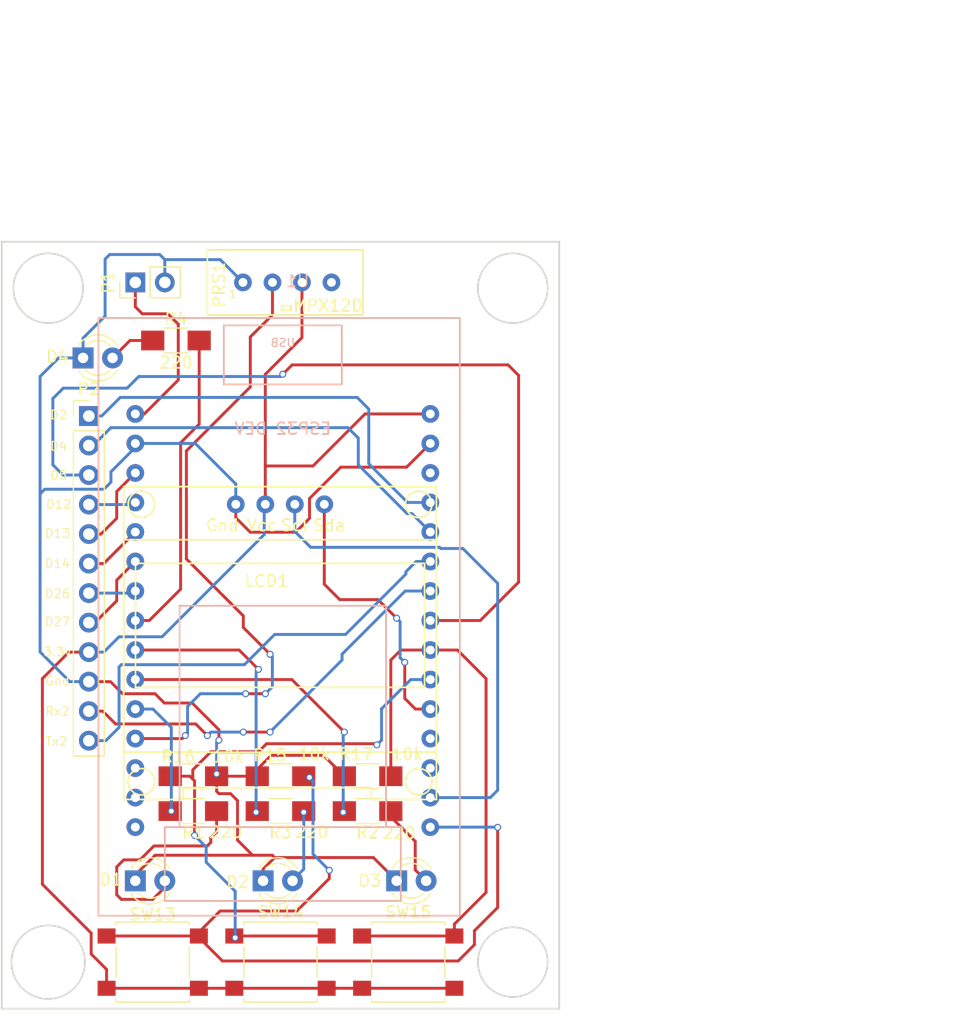
<source format=kicad_pcb>
(kicad_pcb (version 4) (host pcbnew 4.0.4-stable)

  (general
    (links 52)
    (no_connects 0)
    (area 113.924999 54.7 202.05 142.575)
    (thickness 1.6)
    (drawings 22)
    (tracks 312)
    (zones 0)
    (modules 19)
    (nets 28)
  )

  (page A4)
  (layers
    (0 F.Cu signal)
    (31 B.Cu signal)
    (32 B.Adhes user)
    (33 F.Adhes user)
    (34 B.Paste user)
    (35 F.Paste user)
    (36 B.SilkS user)
    (37 F.SilkS user)
    (38 B.Mask user)
    (39 F.Mask user)
    (40 Dwgs.User user)
    (41 Cmts.User user)
    (42 Eco1.User user)
    (43 Eco2.User user)
    (44 Edge.Cuts user)
    (45 Margin user)
    (46 B.CrtYd user)
    (47 F.CrtYd user)
    (48 B.Fab user)
    (49 F.Fab user)
  )

  (setup
    (last_trace_width 0.25)
    (trace_clearance 0.2)
    (zone_clearance 0.508)
    (zone_45_only no)
    (trace_min 0.2)
    (segment_width 0.2)
    (edge_width 0.15)
    (via_size 0.6)
    (via_drill 0.4)
    (via_min_size 0.4)
    (via_min_drill 0.3)
    (uvia_size 0.3)
    (uvia_drill 0.1)
    (uvias_allowed no)
    (uvia_min_size 0.2)
    (uvia_min_drill 0.1)
    (pcb_text_width 0.3)
    (pcb_text_size 1.5 1.5)
    (mod_edge_width 0.15)
    (mod_text_size 1 1)
    (mod_text_width 0.15)
    (pad_size 1.524 1.524)
    (pad_drill 0.762)
    (pad_to_mask_clearance 0.2)
    (aux_axis_origin 0 0)
    (visible_elements 7FFFFFFF)
    (pcbplotparams
      (layerselection 0x01030_80000001)
      (usegerberextensions true)
      (excludeedgelayer true)
      (linewidth 0.100000)
      (plotframeref false)
      (viasonmask false)
      (mode 1)
      (useauxorigin false)
      (hpglpennumber 1)
      (hpglpenspeed 20)
      (hpglpendiameter 15)
      (hpglpenoverlay 2)
      (psnegative false)
      (psa4output false)
      (plotreference true)
      (plotvalue true)
      (plotinvisibletext false)
      (padsonsilk false)
      (subtractmaskfromsilk false)
      (outputformat 1)
      (mirror false)
      (drillshape 0)
      (scaleselection 1)
      (outputdirectory gerber/))
  )

  (net 0 "")
  (net 1 GND)
  (net 2 "Net-(D1-Pad2)")
  (net 3 "Net-(D2-Pad2)")
  (net 4 "Net-(D3-Pad2)")
  (net 5 "Net-(D4-Pad2)")
  (net 6 3.3v)
  (net 7 SCL)
  (net 8 SDA)
  (net 9 Pressure)
  (net 10 LED1)
  (net 11 LED2)
  (net 12 LED3)
  (net 13 LED4)
  (net 14 CB1)
  (net 15 CB2)
  (net 16 CB3)
  (net 17 5V)
  (net 18 D2)
  (net 19 D4)
  (net 20 D5)
  (net 21 D12)
  (net 22 D13)
  (net 23 D14)
  (net 24 D26)
  (net 25 D27)
  (net 26 TX2)
  (net 27 RX2)

  (net_class Default "Ceci est la Netclass par défaut"
    (clearance 0.2)
    (trace_width 0.25)
    (via_dia 0.6)
    (via_drill 0.4)
    (uvia_dia 0.3)
    (uvia_drill 0.1)
    (add_net 3.3v)
    (add_net 5V)
    (add_net CB1)
    (add_net CB2)
    (add_net CB3)
    (add_net D12)
    (add_net D13)
    (add_net D14)
    (add_net D2)
    (add_net D26)
    (add_net D27)
    (add_net D4)
    (add_net D5)
    (add_net GND)
    (add_net LED1)
    (add_net LED2)
    (add_net LED3)
    (add_net LED4)
    (add_net "Net-(D1-Pad2)")
    (add_net "Net-(D2-Pad2)")
    (add_net "Net-(D3-Pad2)")
    (add_net "Net-(D4-Pad2)")
    (add_net Pressure)
    (add_net RX2)
    (add_net SCL)
    (add_net SDA)
    (add_net TX2)
  )

  (module LEDs:LED_D3.0mm (layer F.Cu) (tedit 59DA4D9D) (tstamp 59DA44AF)
    (at 125.5 130)
    (descr "LED, diameter 3.0mm, 2 pins")
    (tags "LED diameter 3.0mm 2 pins")
    (path /59DA720E)
    (fp_text reference D1 (at -2.1 -0.1) (layer F.SilkS)
      (effects (font (size 1 1) (thickness 0.15)))
    )
    (fp_text value LED (at 1.27 2.96) (layer F.Fab)
      (effects (font (size 1 1) (thickness 0.15)))
    )
    (fp_arc (start 1.27 0) (end -0.23 -1.16619) (angle 284.3) (layer F.Fab) (width 0.1))
    (fp_arc (start 1.27 0) (end -0.29 -1.235516) (angle 108.8) (layer F.SilkS) (width 0.12))
    (fp_arc (start 1.27 0) (end -0.29 1.235516) (angle -108.8) (layer F.SilkS) (width 0.12))
    (fp_arc (start 1.27 0) (end 0.229039 -1.08) (angle 87.9) (layer F.SilkS) (width 0.12))
    (fp_arc (start 1.27 0) (end 0.229039 1.08) (angle -87.9) (layer F.SilkS) (width 0.12))
    (fp_circle (center 1.27 0) (end 2.77 0) (layer F.Fab) (width 0.1))
    (fp_line (start -0.23 -1.16619) (end -0.23 1.16619) (layer F.Fab) (width 0.1))
    (fp_line (start -0.29 -1.236) (end -0.29 -1.08) (layer F.SilkS) (width 0.12))
    (fp_line (start -0.29 1.08) (end -0.29 1.236) (layer F.SilkS) (width 0.12))
    (fp_line (start -1.15 -2.25) (end -1.15 2.25) (layer F.CrtYd) (width 0.05))
    (fp_line (start -1.15 2.25) (end 3.7 2.25) (layer F.CrtYd) (width 0.05))
    (fp_line (start 3.7 2.25) (end 3.7 -2.25) (layer F.CrtYd) (width 0.05))
    (fp_line (start 3.7 -2.25) (end -1.15 -2.25) (layer F.CrtYd) (width 0.05))
    (pad 1 thru_hole rect (at 0 0) (size 1.8 1.8) (drill 0.9) (layers *.Cu *.Mask)
      (net 1 GND))
    (pad 2 thru_hole circle (at 2.54 0) (size 1.8 1.8) (drill 0.9) (layers *.Cu *.Mask)
      (net 2 "Net-(D1-Pad2)"))
    (model ${KISYS3DMOD}/LEDs.3dshapes/LED_D3.0mm.wrl
      (at (xyz 0 0 0))
      (scale (xyz 0.393701 0.393701 0.393701))
      (rotate (xyz 0 0 0))
    )
  )

  (module LEDs:LED_D3.0mm (layer F.Cu) (tedit 59DA4D96) (tstamp 59DA44C2)
    (at 136.5 130)
    (descr "LED, diameter 3.0mm, 2 pins")
    (tags "LED diameter 3.0mm 2 pins")
    (path /59DA753D)
    (fp_text reference D2 (at -2.2 0.1) (layer F.SilkS)
      (effects (font (size 1 1) (thickness 0.15)))
    )
    (fp_text value LED (at 1.27 2.96) (layer F.Fab)
      (effects (font (size 1 1) (thickness 0.15)))
    )
    (fp_arc (start 1.27 0) (end -0.23 -1.16619) (angle 284.3) (layer F.Fab) (width 0.1))
    (fp_arc (start 1.27 0) (end -0.29 -1.235516) (angle 108.8) (layer F.SilkS) (width 0.12))
    (fp_arc (start 1.27 0) (end -0.29 1.235516) (angle -108.8) (layer F.SilkS) (width 0.12))
    (fp_arc (start 1.27 0) (end 0.229039 -1.08) (angle 87.9) (layer F.SilkS) (width 0.12))
    (fp_arc (start 1.27 0) (end 0.229039 1.08) (angle -87.9) (layer F.SilkS) (width 0.12))
    (fp_circle (center 1.27 0) (end 2.77 0) (layer F.Fab) (width 0.1))
    (fp_line (start -0.23 -1.16619) (end -0.23 1.16619) (layer F.Fab) (width 0.1))
    (fp_line (start -0.29 -1.236) (end -0.29 -1.08) (layer F.SilkS) (width 0.12))
    (fp_line (start -0.29 1.08) (end -0.29 1.236) (layer F.SilkS) (width 0.12))
    (fp_line (start -1.15 -2.25) (end -1.15 2.25) (layer F.CrtYd) (width 0.05))
    (fp_line (start -1.15 2.25) (end 3.7 2.25) (layer F.CrtYd) (width 0.05))
    (fp_line (start 3.7 2.25) (end 3.7 -2.25) (layer F.CrtYd) (width 0.05))
    (fp_line (start 3.7 -2.25) (end -1.15 -2.25) (layer F.CrtYd) (width 0.05))
    (pad 1 thru_hole rect (at 0 0) (size 1.8 1.8) (drill 0.9) (layers *.Cu *.Mask)
      (net 1 GND))
    (pad 2 thru_hole circle (at 2.54 0) (size 1.8 1.8) (drill 0.9) (layers *.Cu *.Mask)
      (net 3 "Net-(D2-Pad2)"))
    (model ${KISYS3DMOD}/LEDs.3dshapes/LED_D3.0mm.wrl
      (at (xyz 0 0 0))
      (scale (xyz 0.393701 0.393701 0.393701))
      (rotate (xyz 0 0 0))
    )
  )

  (module LEDs:LED_D3.0mm (layer F.Cu) (tedit 59DA4DA4) (tstamp 59DA44D5)
    (at 148 130)
    (descr "LED, diameter 3.0mm, 2 pins")
    (tags "LED diameter 3.0mm 2 pins")
    (path /59DA73F9)
    (fp_text reference D3 (at -2.3 0) (layer F.SilkS)
      (effects (font (size 1 1) (thickness 0.15)))
    )
    (fp_text value LED (at 1.27 2.96) (layer F.Fab)
      (effects (font (size 1 1) (thickness 0.15)))
    )
    (fp_arc (start 1.27 0) (end -0.23 -1.16619) (angle 284.3) (layer F.Fab) (width 0.1))
    (fp_arc (start 1.27 0) (end -0.29 -1.235516) (angle 108.8) (layer F.SilkS) (width 0.12))
    (fp_arc (start 1.27 0) (end -0.29 1.235516) (angle -108.8) (layer F.SilkS) (width 0.12))
    (fp_arc (start 1.27 0) (end 0.229039 -1.08) (angle 87.9) (layer F.SilkS) (width 0.12))
    (fp_arc (start 1.27 0) (end 0.229039 1.08) (angle -87.9) (layer F.SilkS) (width 0.12))
    (fp_circle (center 1.27 0) (end 2.77 0) (layer F.Fab) (width 0.1))
    (fp_line (start -0.23 -1.16619) (end -0.23 1.16619) (layer F.Fab) (width 0.1))
    (fp_line (start -0.29 -1.236) (end -0.29 -1.08) (layer F.SilkS) (width 0.12))
    (fp_line (start -0.29 1.08) (end -0.29 1.236) (layer F.SilkS) (width 0.12))
    (fp_line (start -1.15 -2.25) (end -1.15 2.25) (layer F.CrtYd) (width 0.05))
    (fp_line (start -1.15 2.25) (end 3.7 2.25) (layer F.CrtYd) (width 0.05))
    (fp_line (start 3.7 2.25) (end 3.7 -2.25) (layer F.CrtYd) (width 0.05))
    (fp_line (start 3.7 -2.25) (end -1.15 -2.25) (layer F.CrtYd) (width 0.05))
    (pad 1 thru_hole rect (at 0 0) (size 1.8 1.8) (drill 0.9) (layers *.Cu *.Mask)
      (net 1 GND))
    (pad 2 thru_hole circle (at 2.54 0) (size 1.8 1.8) (drill 0.9) (layers *.Cu *.Mask)
      (net 4 "Net-(D3-Pad2)"))
    (model ${KISYS3DMOD}/LEDs.3dshapes/LED_D3.0mm.wrl
      (at (xyz 0 0 0))
      (scale (xyz 0.393701 0.393701 0.393701))
      (rotate (xyz 0 0 0))
    )
  )

  (module LEDs:LED_D3.0mm (layer F.Cu) (tedit 59DA4E07) (tstamp 59DA44E8)
    (at 121 85)
    (descr "LED, diameter 3.0mm, 2 pins")
    (tags "LED diameter 3.0mm 2 pins")
    (path /59DA7543)
    (fp_text reference D4 (at -2.2 -0.1) (layer F.SilkS)
      (effects (font (size 1 1) (thickness 0.15)))
    )
    (fp_text value LED (at 1.27 2.96) (layer F.Fab)
      (effects (font (size 1 1) (thickness 0.15)))
    )
    (fp_arc (start 1.27 0) (end -0.23 -1.16619) (angle 284.3) (layer F.Fab) (width 0.1))
    (fp_arc (start 1.27 0) (end -0.29 -1.235516) (angle 108.8) (layer F.SilkS) (width 0.12))
    (fp_arc (start 1.27 0) (end -0.29 1.235516) (angle -108.8) (layer F.SilkS) (width 0.12))
    (fp_arc (start 1.27 0) (end 0.229039 -1.08) (angle 87.9) (layer F.SilkS) (width 0.12))
    (fp_arc (start 1.27 0) (end 0.229039 1.08) (angle -87.9) (layer F.SilkS) (width 0.12))
    (fp_circle (center 1.27 0) (end 2.77 0) (layer F.Fab) (width 0.1))
    (fp_line (start -0.23 -1.16619) (end -0.23 1.16619) (layer F.Fab) (width 0.1))
    (fp_line (start -0.29 -1.236) (end -0.29 -1.08) (layer F.SilkS) (width 0.12))
    (fp_line (start -0.29 1.08) (end -0.29 1.236) (layer F.SilkS) (width 0.12))
    (fp_line (start -1.15 -2.25) (end -1.15 2.25) (layer F.CrtYd) (width 0.05))
    (fp_line (start -1.15 2.25) (end 3.7 2.25) (layer F.CrtYd) (width 0.05))
    (fp_line (start 3.7 2.25) (end 3.7 -2.25) (layer F.CrtYd) (width 0.05))
    (fp_line (start 3.7 -2.25) (end -1.15 -2.25) (layer F.CrtYd) (width 0.05))
    (pad 1 thru_hole rect (at 0 0) (size 1.8 1.8) (drill 0.9) (layers *.Cu *.Mask)
      (net 1 GND))
    (pad 2 thru_hole circle (at 2.54 0) (size 1.8 1.8) (drill 0.9) (layers *.Cu *.Mask)
      (net 5 "Net-(D4-Pad2)"))
    (model ${KISYS3DMOD}/LEDs.3dshapes/LED_D3.0mm.wrl
      (at (xyz 0 0 0))
      (scale (xyz 0.393701 0.393701 0.393701))
      (rotate (xyz 0 0 0))
    )
  )

  (module EA:Oled96 (layer F.Cu) (tedit 59DA4DB0) (tstamp 59DA4508)
    (at 124.5 123)
    (tags "Oled 0.96")
    (path /59D8DA02)
    (fp_text reference LCD1 (at 12.3 -18.8) (layer F.SilkS)
      (effects (font (size 1 1) (thickness 0.15)))
    )
    (fp_text value Oled96 (at 14.478 -30.48) (layer F.Fab)
      (effects (font (size 1 1) (thickness 0.15)))
    )
    (fp_text user Sda (at 17.7 -23.6) (layer F.SilkS)
      (effects (font (size 1 1) (thickness 0.15)))
    )
    (fp_text user Scl (at 14.7 -23.6) (layer F.SilkS)
      (effects (font (size 1 1) (thickness 0.15)))
    )
    (fp_text user Vcc (at 11.9 -23.6) (layer F.SilkS)
      (effects (font (size 1 1) (thickness 0.15)))
    )
    (fp_text user Gnd (at 8.5 -23.6) (layer F.SilkS)
      (effects (font (size 1 1) (thickness 0.15)))
    )
    (fp_line (start 21.336 0) (end 26.924 0) (layer F.SilkS) (width 0.15))
    (fp_line (start 0 0) (end 5.08 0) (layer F.SilkS) (width 0.15))
    (fp_line (start 5.08 0) (end 5.08 -1.016) (layer F.SilkS) (width 0.15))
    (fp_line (start 5.08 -1.016) (end 21.336 -1.016) (layer F.SilkS) (width 0.15))
    (fp_line (start 21.336 -1.016) (end 21.336 0) (layer F.SilkS) (width 0.15))
    (fp_line (start 1.016 -20.32) (end 25.908 -20.32) (layer F.SilkS) (width 0.15))
    (fp_line (start 25.908 -20.32) (end 25.908 -9.652) (layer F.SilkS) (width 0.15))
    (fp_line (start 25.908 -9.652) (end 1.016 -9.652) (layer F.SilkS) (width 0.15))
    (fp_line (start 1.016 -9.652) (end 1.016 -20.32) (layer F.SilkS) (width 0.15))
    (fp_line (start 0 -22.352) (end 26.924 -22.352) (layer F.SilkS) (width 0.15))
    (fp_line (start 26.924 -22.352) (end 26.924 -4.064) (layer F.SilkS) (width 0.15))
    (fp_line (start 26.924 -4.064) (end 0 -4.064) (layer F.SilkS) (width 0.15))
    (fp_line (start 0 -4.064) (end 0 -22.352) (layer F.SilkS) (width 0.15))
    (fp_circle (center 25.4 -1.524) (end 25.908 -2.54) (layer F.SilkS) (width 0.15))
    (fp_circle (center 1.524 -1.524) (end 2.54 -2.032) (layer F.SilkS) (width 0.15))
    (fp_circle (center 1.524 -25.4) (end 2.54 -25.908) (layer F.SilkS) (width 0.15))
    (fp_circle (center 25.4 -25.4) (end 26.416 -25.908) (layer F.SilkS) (width 0.15))
    (fp_line (start 0 0) (end 0 -26.924) (layer F.SilkS) (width 0.15))
    (fp_line (start 0 -26.924) (end 26.924 -26.924) (layer F.SilkS) (width 0.15))
    (fp_line (start 26.924 -26.924) (end 26.924 0) (layer F.SilkS) (width 0.15))
    (pad 4 thru_hole circle (at 9.652 -25.4) (size 1.524 1.524) (drill 0.762) (layers *.Cu *.Mask)
      (net 1 GND))
    (pad 3 thru_hole circle (at 12.192 -25.4) (size 1.524 1.524) (drill 0.762) (layers *.Cu *.Mask)
      (net 6 3.3v))
    (pad 2 thru_hole circle (at 14.732 -25.4) (size 1.524 1.524) (drill 0.762) (layers *.Cu *.Mask)
      (net 7 SCL))
    (pad 1 thru_hole circle (at 17.272 -25.4) (size 1.524 1.524) (drill 0.762) (layers *.Cu *.Mask)
      (net 8 SDA))
    (model ../../../../../../Users/ccadic/CloudStation/oled/oled_27x27_r2.wrl
      (at (xyz 0.53 0.53 0.2))
      (scale (xyz 0.3937 0.3937 0.3937))
      (rotate (xyz -90 0 0))
    )
  )

  (module Resistors_SMD:R_1206_HandSoldering (layer F.Cu) (tedit 59DA4EEC) (tstamp 59DA4541)
    (at 130.5 124 180)
    (descr "Resistor SMD 1206, hand soldering")
    (tags "resistor 1206")
    (path /59DA6722)
    (attr smd)
    (fp_text reference R1 (at 0 -1.85 180) (layer F.SilkS)
      (effects (font (size 1 1) (thickness 0.15)))
    )
    (fp_text value 220 (at -2.8 -1.8 180) (layer F.SilkS)
      (effects (font (size 1 1) (thickness 0.15)))
    )
    (fp_text user %R (at 0 0 180) (layer F.Fab)
      (effects (font (size 0.7 0.7) (thickness 0.105)))
    )
    (fp_line (start -1.6 0.8) (end -1.6 -0.8) (layer F.Fab) (width 0.1))
    (fp_line (start 1.6 0.8) (end -1.6 0.8) (layer F.Fab) (width 0.1))
    (fp_line (start 1.6 -0.8) (end 1.6 0.8) (layer F.Fab) (width 0.1))
    (fp_line (start -1.6 -0.8) (end 1.6 -0.8) (layer F.Fab) (width 0.1))
    (fp_line (start 1 1.07) (end -1 1.07) (layer F.SilkS) (width 0.12))
    (fp_line (start -1 -1.07) (end 1 -1.07) (layer F.SilkS) (width 0.12))
    (fp_line (start -3.25 -1.11) (end 3.25 -1.11) (layer F.CrtYd) (width 0.05))
    (fp_line (start -3.25 -1.11) (end -3.25 1.1) (layer F.CrtYd) (width 0.05))
    (fp_line (start 3.25 1.1) (end 3.25 -1.11) (layer F.CrtYd) (width 0.05))
    (fp_line (start 3.25 1.1) (end -3.25 1.1) (layer F.CrtYd) (width 0.05))
    (pad 1 smd rect (at -2 0 180) (size 2 1.7) (layers F.Cu F.Paste F.Mask)
      (net 2 "Net-(D1-Pad2)"))
    (pad 2 smd rect (at 2 0 180) (size 2 1.7) (layers F.Cu F.Paste F.Mask)
      (net 10 LED1))
    (model ${KISYS3DMOD}/Resistors_SMD.3dshapes/R_1206.wrl
      (at (xyz 0 0 0))
      (scale (xyz 1 1 1))
      (rotate (xyz 0 0 0))
    )
  )

  (module Resistors_SMD:R_1206_HandSoldering (layer F.Cu) (tedit 59DA4F12) (tstamp 59DA4552)
    (at 145.5 124 180)
    (descr "Resistor SMD 1206, hand soldering")
    (tags "resistor 1206")
    (path /59DA6D31)
    (attr smd)
    (fp_text reference R2 (at 0 -1.85 180) (layer F.SilkS)
      (effects (font (size 1 1) (thickness 0.15)))
    )
    (fp_text value 220 (at -2.7 -1.9 180) (layer F.SilkS)
      (effects (font (size 1 1) (thickness 0.15)))
    )
    (fp_text user %R (at 0 0 180) (layer F.Fab)
      (effects (font (size 0.7 0.7) (thickness 0.105)))
    )
    (fp_line (start -1.6 0.8) (end -1.6 -0.8) (layer F.Fab) (width 0.1))
    (fp_line (start 1.6 0.8) (end -1.6 0.8) (layer F.Fab) (width 0.1))
    (fp_line (start 1.6 -0.8) (end 1.6 0.8) (layer F.Fab) (width 0.1))
    (fp_line (start -1.6 -0.8) (end 1.6 -0.8) (layer F.Fab) (width 0.1))
    (fp_line (start 1 1.07) (end -1 1.07) (layer F.SilkS) (width 0.12))
    (fp_line (start -1 -1.07) (end 1 -1.07) (layer F.SilkS) (width 0.12))
    (fp_line (start -3.25 -1.11) (end 3.25 -1.11) (layer F.CrtYd) (width 0.05))
    (fp_line (start -3.25 -1.11) (end -3.25 1.1) (layer F.CrtYd) (width 0.05))
    (fp_line (start 3.25 1.1) (end 3.25 -1.11) (layer F.CrtYd) (width 0.05))
    (fp_line (start 3.25 1.1) (end -3.25 1.1) (layer F.CrtYd) (width 0.05))
    (pad 1 smd rect (at -2 0 180) (size 2 1.7) (layers F.Cu F.Paste F.Mask)
      (net 4 "Net-(D3-Pad2)"))
    (pad 2 smd rect (at 2 0 180) (size 2 1.7) (layers F.Cu F.Paste F.Mask)
      (net 11 LED2))
    (model ${KISYS3DMOD}/Resistors_SMD.3dshapes/R_1206.wrl
      (at (xyz 0 0 0))
      (scale (xyz 1 1 1))
      (rotate (xyz 0 0 0))
    )
  )

  (module Resistors_SMD:R_1206_HandSoldering (layer F.Cu) (tedit 59DA4F00) (tstamp 59DA4563)
    (at 138 124 180)
    (descr "Resistor SMD 1206, hand soldering")
    (tags "resistor 1206")
    (path /59DA6E5F)
    (attr smd)
    (fp_text reference R3 (at 0 -1.85 180) (layer F.SilkS)
      (effects (font (size 1 1) (thickness 0.15)))
    )
    (fp_text value 220 (at -2.7 -1.8 180) (layer F.SilkS)
      (effects (font (size 1 1) (thickness 0.15)))
    )
    (fp_text user %R (at 0 0 180) (layer F.Fab)
      (effects (font (size 0.7 0.7) (thickness 0.105)))
    )
    (fp_line (start -1.6 0.8) (end -1.6 -0.8) (layer F.Fab) (width 0.1))
    (fp_line (start 1.6 0.8) (end -1.6 0.8) (layer F.Fab) (width 0.1))
    (fp_line (start 1.6 -0.8) (end 1.6 0.8) (layer F.Fab) (width 0.1))
    (fp_line (start -1.6 -0.8) (end 1.6 -0.8) (layer F.Fab) (width 0.1))
    (fp_line (start 1 1.07) (end -1 1.07) (layer F.SilkS) (width 0.12))
    (fp_line (start -1 -1.07) (end 1 -1.07) (layer F.SilkS) (width 0.12))
    (fp_line (start -3.25 -1.11) (end 3.25 -1.11) (layer F.CrtYd) (width 0.05))
    (fp_line (start -3.25 -1.11) (end -3.25 1.1) (layer F.CrtYd) (width 0.05))
    (fp_line (start 3.25 1.1) (end 3.25 -1.11) (layer F.CrtYd) (width 0.05))
    (fp_line (start 3.25 1.1) (end -3.25 1.1) (layer F.CrtYd) (width 0.05))
    (pad 1 smd rect (at -2 0 180) (size 2 1.7) (layers F.Cu F.Paste F.Mask)
      (net 3 "Net-(D2-Pad2)"))
    (pad 2 smd rect (at 2 0 180) (size 2 1.7) (layers F.Cu F.Paste F.Mask)
      (net 12 LED3))
    (model ${KISYS3DMOD}/Resistors_SMD.3dshapes/R_1206.wrl
      (at (xyz 0 0 0))
      (scale (xyz 1 1 1))
      (rotate (xyz 0 0 0))
    )
  )

  (module Resistors_SMD:R_1206_HandSoldering (layer F.Cu) (tedit 59DA4EC0) (tstamp 59DA4574)
    (at 129 83.5)
    (descr "Resistor SMD 1206, hand soldering")
    (tags "resistor 1206")
    (path /59DA6E65)
    (attr smd)
    (fp_text reference R4 (at 0 -1.85) (layer F.SilkS)
      (effects (font (size 1 1) (thickness 0.15)))
    )
    (fp_text value 220 (at 0 1.9) (layer F.SilkS)
      (effects (font (size 1 1) (thickness 0.15)))
    )
    (fp_text user %R (at 0 0) (layer F.Fab)
      (effects (font (size 0.7 0.7) (thickness 0.105)))
    )
    (fp_line (start -1.6 0.8) (end -1.6 -0.8) (layer F.Fab) (width 0.1))
    (fp_line (start 1.6 0.8) (end -1.6 0.8) (layer F.Fab) (width 0.1))
    (fp_line (start 1.6 -0.8) (end 1.6 0.8) (layer F.Fab) (width 0.1))
    (fp_line (start -1.6 -0.8) (end 1.6 -0.8) (layer F.Fab) (width 0.1))
    (fp_line (start 1 1.07) (end -1 1.07) (layer F.SilkS) (width 0.12))
    (fp_line (start -1 -1.07) (end 1 -1.07) (layer F.SilkS) (width 0.12))
    (fp_line (start -3.25 -1.11) (end 3.25 -1.11) (layer F.CrtYd) (width 0.05))
    (fp_line (start -3.25 -1.11) (end -3.25 1.1) (layer F.CrtYd) (width 0.05))
    (fp_line (start 3.25 1.1) (end 3.25 -1.11) (layer F.CrtYd) (width 0.05))
    (fp_line (start 3.25 1.1) (end -3.25 1.1) (layer F.CrtYd) (width 0.05))
    (pad 1 smd rect (at -2 0) (size 2 1.7) (layers F.Cu F.Paste F.Mask)
      (net 5 "Net-(D4-Pad2)"))
    (pad 2 smd rect (at 2 0) (size 2 1.7) (layers F.Cu F.Paste F.Mask)
      (net 13 LED4))
    (model ${KISYS3DMOD}/Resistors_SMD.3dshapes/R_1206.wrl
      (at (xyz 0 0 0))
      (scale (xyz 1 1 1))
      (rotate (xyz 0 0 0))
    )
  )

  (module Resistors_SMD:R_1206_HandSoldering (layer F.Cu) (tedit 59DA4F4D) (tstamp 59DA4585)
    (at 138 121)
    (descr "Resistor SMD 1206, hand soldering")
    (tags "resistor 1206")
    (path /59DB9652)
    (attr smd)
    (fp_text reference R15 (at -0.9 -1.8) (layer F.SilkS)
      (effects (font (size 1 1) (thickness 0.15)))
    )
    (fp_text value 10k (at 2.9 -1.9) (layer F.SilkS)
      (effects (font (size 1 1) (thickness 0.15)))
    )
    (fp_text user %R (at 0 0) (layer F.Fab)
      (effects (font (size 0.7 0.7) (thickness 0.105)))
    )
    (fp_line (start -1.6 0.8) (end -1.6 -0.8) (layer F.Fab) (width 0.1))
    (fp_line (start 1.6 0.8) (end -1.6 0.8) (layer F.Fab) (width 0.1))
    (fp_line (start 1.6 -0.8) (end 1.6 0.8) (layer F.Fab) (width 0.1))
    (fp_line (start -1.6 -0.8) (end 1.6 -0.8) (layer F.Fab) (width 0.1))
    (fp_line (start 1 1.07) (end -1 1.07) (layer F.SilkS) (width 0.12))
    (fp_line (start -1 -1.07) (end 1 -1.07) (layer F.SilkS) (width 0.12))
    (fp_line (start -3.25 -1.11) (end 3.25 -1.11) (layer F.CrtYd) (width 0.05))
    (fp_line (start -3.25 -1.11) (end -3.25 1.1) (layer F.CrtYd) (width 0.05))
    (fp_line (start 3.25 1.1) (end 3.25 -1.11) (layer F.CrtYd) (width 0.05))
    (fp_line (start 3.25 1.1) (end -3.25 1.1) (layer F.CrtYd) (width 0.05))
    (pad 1 smd rect (at -2 0) (size 2 1.7) (layers F.Cu F.Paste F.Mask)
      (net 1 GND))
    (pad 2 smd rect (at 2 0) (size 2 1.7) (layers F.Cu F.Paste F.Mask)
      (net 14 CB1))
    (model ${KISYS3DMOD}/Resistors_SMD.3dshapes/R_1206.wrl
      (at (xyz 0 0 0))
      (scale (xyz 1 1 1))
      (rotate (xyz 0 0 0))
    )
  )

  (module Resistors_SMD:R_1206_HandSoldering (layer F.Cu) (tedit 59DA4F37) (tstamp 59DA4596)
    (at 130.5 121 180)
    (descr "Resistor SMD 1206, hand soldering")
    (tags "resistor 1206")
    (path /59DB9895)
    (attr smd)
    (fp_text reference R16 (at 1.3 1.7 180) (layer F.SilkS)
      (effects (font (size 1 1) (thickness 0.15)))
    )
    (fp_text value 10k (at -3 1.7 180) (layer F.SilkS)
      (effects (font (size 1 1) (thickness 0.15)))
    )
    (fp_text user %R (at 0 0 180) (layer F.Fab)
      (effects (font (size 0.7 0.7) (thickness 0.105)))
    )
    (fp_line (start -1.6 0.8) (end -1.6 -0.8) (layer F.Fab) (width 0.1))
    (fp_line (start 1.6 0.8) (end -1.6 0.8) (layer F.Fab) (width 0.1))
    (fp_line (start 1.6 -0.8) (end 1.6 0.8) (layer F.Fab) (width 0.1))
    (fp_line (start -1.6 -0.8) (end 1.6 -0.8) (layer F.Fab) (width 0.1))
    (fp_line (start 1 1.07) (end -1 1.07) (layer F.SilkS) (width 0.12))
    (fp_line (start -1 -1.07) (end 1 -1.07) (layer F.SilkS) (width 0.12))
    (fp_line (start -3.25 -1.11) (end 3.25 -1.11) (layer F.CrtYd) (width 0.05))
    (fp_line (start -3.25 -1.11) (end -3.25 1.1) (layer F.CrtYd) (width 0.05))
    (fp_line (start 3.25 1.1) (end 3.25 -1.11) (layer F.CrtYd) (width 0.05))
    (fp_line (start 3.25 1.1) (end -3.25 1.1) (layer F.CrtYd) (width 0.05))
    (pad 1 smd rect (at -2 0 180) (size 2 1.7) (layers F.Cu F.Paste F.Mask)
      (net 1 GND))
    (pad 2 smd rect (at 2 0 180) (size 2 1.7) (layers F.Cu F.Paste F.Mask)
      (net 15 CB2))
    (model ${KISYS3DMOD}/Resistors_SMD.3dshapes/R_1206.wrl
      (at (xyz 0 0 0))
      (scale (xyz 1 1 1))
      (rotate (xyz 0 0 0))
    )
  )

  (module Resistors_SMD:R_1206_HandSoldering (layer F.Cu) (tedit 59DA4F66) (tstamp 59DA45A7)
    (at 145.5 121)
    (descr "Resistor SMD 1206, hand soldering")
    (tags "resistor 1206")
    (path /59DB99B3)
    (attr smd)
    (fp_text reference R17 (at -1 -1.9) (layer F.SilkS)
      (effects (font (size 1 1) (thickness 0.15)))
    )
    (fp_text value 10k (at 3.4 -1.9) (layer F.SilkS)
      (effects (font (size 1 1) (thickness 0.15)))
    )
    (fp_text user %R (at 0 0) (layer F.Fab)
      (effects (font (size 0.7 0.7) (thickness 0.105)))
    )
    (fp_line (start -1.6 0.8) (end -1.6 -0.8) (layer F.Fab) (width 0.1))
    (fp_line (start 1.6 0.8) (end -1.6 0.8) (layer F.Fab) (width 0.1))
    (fp_line (start 1.6 -0.8) (end 1.6 0.8) (layer F.Fab) (width 0.1))
    (fp_line (start -1.6 -0.8) (end 1.6 -0.8) (layer F.Fab) (width 0.1))
    (fp_line (start 1 1.07) (end -1 1.07) (layer F.SilkS) (width 0.12))
    (fp_line (start -1 -1.07) (end 1 -1.07) (layer F.SilkS) (width 0.12))
    (fp_line (start -3.25 -1.11) (end 3.25 -1.11) (layer F.CrtYd) (width 0.05))
    (fp_line (start -3.25 -1.11) (end -3.25 1.1) (layer F.CrtYd) (width 0.05))
    (fp_line (start 3.25 1.1) (end 3.25 -1.11) (layer F.CrtYd) (width 0.05))
    (fp_line (start 3.25 1.1) (end -3.25 1.1) (layer F.CrtYd) (width 0.05))
    (pad 1 smd rect (at -2 0) (size 2 1.7) (layers F.Cu F.Paste F.Mask)
      (net 1 GND))
    (pad 2 smd rect (at 2 0) (size 2 1.7) (layers F.Cu F.Paste F.Mask)
      (net 16 CB3))
    (model ${KISYS3DMOD}/Resistors_SMD.3dshapes/R_1206.wrl
      (at (xyz 0 0 0))
      (scale (xyz 1 1 1))
      (rotate (xyz 0 0 0))
    )
  )

  (module EA:SW_SPST_B3S-1000 (layer F.Cu) (tedit 59DA4DD0) (tstamp 59DA45D2)
    (at 127 137)
    (descr "Surface Mount Tactile Switch for High-Density Packaging")
    (tags "Tactile Switch")
    (path /59D8EEF2)
    (attr smd)
    (fp_text reference SW13 (at 0 -4.1) (layer F.SilkS)
      (effects (font (size 1 1) (thickness 0.15)))
    )
    (fp_text value SW_PUSH (at 0 4.5) (layer F.Fab)
      (effects (font (size 1 1) (thickness 0.15)))
    )
    (fp_text user %R (at 0 -4.5) (layer F.Fab)
      (effects (font (size 1 1) (thickness 0.15)))
    )
    (fp_line (start -5 3.7) (end 5 3.7) (layer F.CrtYd) (width 0.05))
    (fp_line (start 5 3.7) (end 5 -3.7) (layer F.CrtYd) (width 0.05))
    (fp_line (start 5 -3.7) (end -5 -3.7) (layer F.CrtYd) (width 0.05))
    (fp_line (start -5 -3.7) (end -5 3.7) (layer F.CrtYd) (width 0.05))
    (fp_line (start -3.15 -3.2) (end -3.15 -3.45) (layer F.SilkS) (width 0.12))
    (fp_line (start -3.15 -3.45) (end 3.15 -3.45) (layer F.SilkS) (width 0.12))
    (fp_line (start 3.15 -3.45) (end 3.15 -3.2) (layer F.SilkS) (width 0.12))
    (fp_line (start -3.15 1.3) (end -3.15 -1.3) (layer F.SilkS) (width 0.12))
    (fp_line (start 3.15 3.2) (end 3.15 3.45) (layer F.SilkS) (width 0.12))
    (fp_line (start 3.15 3.45) (end -3.15 3.45) (layer F.SilkS) (width 0.12))
    (fp_line (start -3.15 3.45) (end -3.15 3.2) (layer F.SilkS) (width 0.12))
    (fp_line (start 3.15 -1.3) (end 3.15 1.3) (layer F.SilkS) (width 0.12))
    (fp_circle (center 0 0) (end 1.65 0) (layer F.Fab) (width 0.1))
    (fp_line (start -3 -3.3) (end 3 -3.3) (layer F.Fab) (width 0.1))
    (fp_line (start 3 -3.3) (end 3 3.3) (layer F.Fab) (width 0.1))
    (fp_line (start 3 3.3) (end -3 3.3) (layer F.Fab) (width 0.1))
    (fp_line (start -3 3.3) (end -3 -3.3) (layer F.Fab) (width 0.1))
    (pad 1 smd rect (at -3.975 -2.25) (size 1.55 1.3) (layers F.Cu F.Paste F.Mask)
      (net 14 CB1))
    (pad 1 smd rect (at 3.975 -2.25) (size 1.55 1.3) (layers F.Cu F.Paste F.Mask)
      (net 14 CB1))
    (pad 2 smd rect (at -3.975 2.25) (size 1.55 1.3) (layers F.Cu F.Paste F.Mask)
      (net 6 3.3v))
    (pad 2 smd rect (at 3.975 2.25) (size 1.55 1.3) (layers F.Cu F.Paste F.Mask)
      (net 6 3.3v))
    (model "../../../../../../Users/ccadic/CloudStation/MPX12D/Push Button SMD/b3s-1000.wrl"
      (at (xyz 0 0 0.125))
      (scale (xyz 0.3937 0.3937 0.3937))
      (rotate (xyz 0 0 0))
    )
  )

  (module EA:SW_SPST_B3S-1000 (layer F.Cu) (tedit 59DA4DD9) (tstamp 59DA45EC)
    (at 138 137)
    (descr "Surface Mount Tactile Switch for High-Density Packaging")
    (tags "Tactile Switch")
    (path /59D8EEF8)
    (attr smd)
    (fp_text reference SW14 (at 0 -4.3) (layer F.SilkS)
      (effects (font (size 1 1) (thickness 0.15)))
    )
    (fp_text value SW_PUSH (at 0 4.5) (layer F.Fab)
      (effects (font (size 1 1) (thickness 0.15)))
    )
    (fp_text user %R (at 0 -4.5) (layer F.Fab)
      (effects (font (size 1 1) (thickness 0.15)))
    )
    (fp_line (start -5 3.7) (end 5 3.7) (layer F.CrtYd) (width 0.05))
    (fp_line (start 5 3.7) (end 5 -3.7) (layer F.CrtYd) (width 0.05))
    (fp_line (start 5 -3.7) (end -5 -3.7) (layer F.CrtYd) (width 0.05))
    (fp_line (start -5 -3.7) (end -5 3.7) (layer F.CrtYd) (width 0.05))
    (fp_line (start -3.15 -3.2) (end -3.15 -3.45) (layer F.SilkS) (width 0.12))
    (fp_line (start -3.15 -3.45) (end 3.15 -3.45) (layer F.SilkS) (width 0.12))
    (fp_line (start 3.15 -3.45) (end 3.15 -3.2) (layer F.SilkS) (width 0.12))
    (fp_line (start -3.15 1.3) (end -3.15 -1.3) (layer F.SilkS) (width 0.12))
    (fp_line (start 3.15 3.2) (end 3.15 3.45) (layer F.SilkS) (width 0.12))
    (fp_line (start 3.15 3.45) (end -3.15 3.45) (layer F.SilkS) (width 0.12))
    (fp_line (start -3.15 3.45) (end -3.15 3.2) (layer F.SilkS) (width 0.12))
    (fp_line (start 3.15 -1.3) (end 3.15 1.3) (layer F.SilkS) (width 0.12))
    (fp_circle (center 0 0) (end 1.65 0) (layer F.Fab) (width 0.1))
    (fp_line (start -3 -3.3) (end 3 -3.3) (layer F.Fab) (width 0.1))
    (fp_line (start 3 -3.3) (end 3 3.3) (layer F.Fab) (width 0.1))
    (fp_line (start 3 3.3) (end -3 3.3) (layer F.Fab) (width 0.1))
    (fp_line (start -3 3.3) (end -3 -3.3) (layer F.Fab) (width 0.1))
    (pad 1 smd rect (at -3.975 -2.25) (size 1.55 1.3) (layers F.Cu F.Paste F.Mask)
      (net 15 CB2))
    (pad 1 smd rect (at 3.975 -2.25) (size 1.55 1.3) (layers F.Cu F.Paste F.Mask)
      (net 15 CB2))
    (pad 2 smd rect (at -3.975 2.25) (size 1.55 1.3) (layers F.Cu F.Paste F.Mask)
      (net 6 3.3v))
    (pad 2 smd rect (at 3.975 2.25) (size 1.55 1.3) (layers F.Cu F.Paste F.Mask)
      (net 6 3.3v))
    (model "../../../../../../Users/ccadic/CloudStation/MPX12D/Push Button SMD/b3s-1000.wrl"
      (at (xyz 0 0 0.125))
      (scale (xyz 0.3937 0.3937 0.3937))
      (rotate (xyz 0 0 0))
    )
  )

  (module EA:SW_SPST_B3S-1000 (layer F.Cu) (tedit 59DA4DE0) (tstamp 59DA4606)
    (at 149 137)
    (descr "Surface Mount Tactile Switch for High-Density Packaging")
    (tags "Tactile Switch")
    (path /59D8EEFE)
    (attr smd)
    (fp_text reference SW15 (at 0 -4.3) (layer F.SilkS)
      (effects (font (size 1 1) (thickness 0.15)))
    )
    (fp_text value SW_PUSH (at 0 4.5) (layer F.Fab)
      (effects (font (size 1 1) (thickness 0.15)))
    )
    (fp_text user %R (at 0 -4.5) (layer F.Fab)
      (effects (font (size 1 1) (thickness 0.15)))
    )
    (fp_line (start -5 3.7) (end 5 3.7) (layer F.CrtYd) (width 0.05))
    (fp_line (start 5 3.7) (end 5 -3.7) (layer F.CrtYd) (width 0.05))
    (fp_line (start 5 -3.7) (end -5 -3.7) (layer F.CrtYd) (width 0.05))
    (fp_line (start -5 -3.7) (end -5 3.7) (layer F.CrtYd) (width 0.05))
    (fp_line (start -3.15 -3.2) (end -3.15 -3.45) (layer F.SilkS) (width 0.12))
    (fp_line (start -3.15 -3.45) (end 3.15 -3.45) (layer F.SilkS) (width 0.12))
    (fp_line (start 3.15 -3.45) (end 3.15 -3.2) (layer F.SilkS) (width 0.12))
    (fp_line (start -3.15 1.3) (end -3.15 -1.3) (layer F.SilkS) (width 0.12))
    (fp_line (start 3.15 3.2) (end 3.15 3.45) (layer F.SilkS) (width 0.12))
    (fp_line (start 3.15 3.45) (end -3.15 3.45) (layer F.SilkS) (width 0.12))
    (fp_line (start -3.15 3.45) (end -3.15 3.2) (layer F.SilkS) (width 0.12))
    (fp_line (start 3.15 -1.3) (end 3.15 1.3) (layer F.SilkS) (width 0.12))
    (fp_circle (center 0 0) (end 1.65 0) (layer F.Fab) (width 0.1))
    (fp_line (start -3 -3.3) (end 3 -3.3) (layer F.Fab) (width 0.1))
    (fp_line (start 3 -3.3) (end 3 3.3) (layer F.Fab) (width 0.1))
    (fp_line (start 3 3.3) (end -3 3.3) (layer F.Fab) (width 0.1))
    (fp_line (start -3 3.3) (end -3 -3.3) (layer F.Fab) (width 0.1))
    (pad 1 smd rect (at -3.975 -2.25) (size 1.55 1.3) (layers F.Cu F.Paste F.Mask)
      (net 16 CB3))
    (pad 1 smd rect (at 3.975 -2.25) (size 1.55 1.3) (layers F.Cu F.Paste F.Mask)
      (net 16 CB3))
    (pad 2 smd rect (at -3.975 2.25) (size 1.55 1.3) (layers F.Cu F.Paste F.Mask)
      (net 6 3.3v))
    (pad 2 smd rect (at 3.975 2.25) (size 1.55 1.3) (layers F.Cu F.Paste F.Mask)
      (net 6 3.3v))
    (model "../../../../../../Users/ccadic/CloudStation/MPX12D/Push Button SMD/b3s-1000.wrl"
      (at (xyz 0 0 0.125))
      (scale (xyz 0.3937 0.3937 0.3937))
      (rotate (xyz 0 0 0))
    )
  )

  (module EA:ESP32-DEV (layer B.Cu) (tedit 59D8D607) (tstamp 59DA4663)
    (at 125.5 133)
    (path /59D8D68C)
    (fp_text reference U1 (at 13.97 -54.61) (layer B.SilkS)
      (effects (font (size 1 1) (thickness 0.15)) (justify mirror))
    )
    (fp_text value ESP32-Dev (at 12.7 -43.815 180) (layer B.Fab)
      (effects (font (size 1 1) (thickness 0.15)) (justify mirror))
    )
    (fp_text user USB (at 12.7 -49.3) (layer B.SilkS)
      (effects (font (size 0.7 0.7) (thickness 0.1)) (justify mirror))
    )
    (fp_line (start 27.94 -51.435) (end -3.175 -51.435) (layer B.SilkS) (width 0.15))
    (fp_line (start -3.175 -51.435) (end -3.175 0) (layer B.SilkS) (width 0.15))
    (fp_line (start -3.175 0) (end 27.94 0) (layer B.SilkS) (width 0.15))
    (fp_line (start 27.94 0) (end 27.94 -51.435) (layer B.SilkS) (width 0.15))
    (fp_line (start 7.62 -45.72) (end 17.78 -45.72) (layer B.SilkS) (width 0.15))
    (fp_line (start 17.78 -45.72) (end 17.78 -50.8) (layer B.SilkS) (width 0.15))
    (fp_line (start 17.78 -50.8) (end 7.62 -50.8) (layer B.SilkS) (width 0.15))
    (fp_line (start 7.62 -50.8) (end 7.62 -45.72) (layer B.SilkS) (width 0.15))
    (fp_text user "ESP32 DEV" (at 12.7 -41.91) (layer B.SilkS)
      (effects (font (size 1 1) (thickness 0.15)) (justify mirror))
    )
    (fp_line (start 3.81 -7.62) (end 3.81 -26.67) (layer B.SilkS) (width 0.15))
    (fp_line (start 3.81 -26.67) (end 21.59 -26.67) (layer B.SilkS) (width 0.15))
    (fp_line (start 21.59 -26.67) (end 21.59 -7.62) (layer B.SilkS) (width 0.15))
    (fp_line (start 2.54 -1.27) (end 22.86 -1.27) (layer B.SilkS) (width 0.15))
    (fp_line (start 22.86 -1.27) (end 22.86 -7.62) (layer B.SilkS) (width 0.15))
    (fp_line (start 22.86 -7.62) (end 2.54 -7.62) (layer B.SilkS) (width 0.15))
    (fp_line (start 2.54 -7.62) (end 2.54 -1.27) (layer B.SilkS) (width 0.15))
    (fp_line (start 3.81 -7.62) (end 3.81 -26.67) (layer B.CrtYd) (width 0.15))
    (fp_line (start 3.81 -26.67) (end 21.59 -26.67) (layer B.CrtYd) (width 0.15))
    (fp_line (start 21.59 -26.67) (end 21.59 -7.62) (layer B.CrtYd) (width 0.15))
    (fp_line (start 3.81 -1.27) (end 22.86 -1.27) (layer B.CrtYd) (width 0.15))
    (fp_line (start 22.86 -1.27) (end 22.86 -7.62) (layer B.CrtYd) (width 0.15))
    (fp_line (start 22.86 -7.62) (end 2.54 -7.62) (layer B.CrtYd) (width 0.15))
    (fp_line (start 2.54 -7.62) (end 2.54 -1.27) (layer B.CrtYd) (width 0.15))
    (fp_line (start 2.54 -1.27) (end 3.81 -1.27) (layer B.CrtYd) (width 0.15))
    (fp_line (start 0 0) (end 27.94 0) (layer B.CrtYd) (width 0.15))
    (fp_line (start 27.94 0) (end 27.94 -0.635) (layer B.CrtYd) (width 0.15))
    (fp_line (start 27.94 -51.435) (end 27.94 -0.635) (layer B.CrtYd) (width 0.15))
    (fp_line (start 0 -51.435) (end 27.94 -51.435) (layer B.CrtYd) (width 0.15))
    (fp_line (start 0 0) (end -3.175 0) (layer B.CrtYd) (width 0.15))
    (fp_line (start -3.175 0) (end -3.175 -0.635) (layer B.CrtYd) (width 0.15))
    (fp_line (start -3.175 -0.635) (end -3.175 -51.435) (layer B.CrtYd) (width 0.15))
    (fp_line (start -3.175 -51.435) (end 0 -51.435) (layer B.CrtYd) (width 0.15))
    (pad 1 thru_hole circle (at 0 -7.62) (size 1.524 1.524) (drill 0.762) (layers *.Cu *.Mask))
    (pad 2 thru_hole circle (at 0 -10.16) (size 1.524 1.524) (drill 0.762) (layers *.Cu *.Mask))
    (pad 3 thru_hole circle (at 0 -12.7) (size 1.524 1.524) (drill 0.762) (layers *.Cu *.Mask))
    (pad 4 thru_hole circle (at 0 -15.24) (size 1.524 1.524) (drill 0.762) (layers *.Cu *.Mask)
      (net 9 Pressure))
    (pad 5 thru_hole circle (at 0 -17.78) (size 1.524 1.524) (drill 0.762) (layers *.Cu *.Mask)
      (net 10 LED1))
    (pad 6 thru_hole circle (at 0 -20.32) (size 1.524 1.524) (drill 0.762) (layers *.Cu *.Mask)
      (net 11 LED2))
    (pad 7 thru_hole circle (at 0 -22.86) (size 1.524 1.524) (drill 0.762) (layers *.Cu *.Mask)
      (net 12 LED3))
    (pad 8 thru_hole circle (at 0 -25.4) (size 1.524 1.524) (drill 0.762) (layers *.Cu *.Mask)
      (net 13 LED4))
    (pad 9 thru_hole circle (at 0 -27.94) (size 1.524 1.524) (drill 0.762) (layers *.Cu *.Mask)
      (net 24 D26))
    (pad 10 thru_hole circle (at 0 -30.48) (size 1.524 1.524) (drill 0.762) (layers *.Cu *.Mask)
      (net 25 D27))
    (pad 11 thru_hole circle (at 0 -33.02) (size 1.524 1.524) (drill 0.762) (layers *.Cu *.Mask)
      (net 23 D14))
    (pad 12 thru_hole circle (at 0 -35.56) (size 1.524 1.524) (drill 0.762) (layers *.Cu *.Mask)
      (net 21 D12))
    (pad 13 thru_hole circle (at 0 -38.1) (size 1.524 1.524) (drill 0.762) (layers *.Cu *.Mask)
      (net 22 D13))
    (pad 14 thru_hole circle (at 0 -40.64) (size 1.524 1.524) (drill 0.762) (layers *.Cu *.Mask)
      (net 1 GND))
    (pad 15 thru_hole circle (at 0 -43.18) (size 1.524 1.524) (drill 0.762) (layers *.Cu *.Mask)
      (net 17 5V))
    (pad 16 thru_hole circle (at 25.4 -7.62) (size 1.524 1.524) (drill 0.762) (layers *.Cu *.Mask)
      (net 14 CB1))
    (pad 17 thru_hole circle (at 25.4 -10.16) (size 1.524 1.524) (drill 0.762) (layers *.Cu *.Mask)
      (net 7 SCL))
    (pad 18 thru_hole circle (at 25.4 -12.7) (size 1.524 1.524) (drill 0.762) (layers *.Cu *.Mask))
    (pad 19 thru_hole circle (at 25.4 -15.24) (size 1.524 1.524) (drill 0.762) (layers *.Cu *.Mask))
    (pad 20 thru_hole circle (at 25.4 -17.78) (size 1.524 1.524) (drill 0.762) (layers *.Cu *.Mask)
      (net 8 SDA))
    (pad 21 thru_hole circle (at 25.4 -20.32) (size 1.524 1.524) (drill 0.762) (layers *.Cu *.Mask)
      (net 15 CB2))
    (pad 22 thru_hole circle (at 25.4 -22.86) (size 1.524 1.524) (drill 0.762) (layers *.Cu *.Mask)
      (net 16 CB3))
    (pad 23 thru_hole circle (at 25.4 -25.4) (size 1.524 1.524) (drill 0.762) (layers *.Cu *.Mask)
      (net 20 D5))
    (pad 24 thru_hole circle (at 25.4 -27.94) (size 1.524 1.524) (drill 0.762) (layers *.Cu *.Mask)
      (net 26 TX2))
    (pad 25 thru_hole circle (at 25.4 -30.48) (size 1.524 1.524) (drill 0.762) (layers *.Cu *.Mask)
      (net 27 RX2))
    (pad 26 thru_hole circle (at 25.4 -33.02) (size 1.524 1.524) (drill 0.762) (layers *.Cu *.Mask)
      (net 19 D4))
    (pad 27 thru_hole circle (at 25.4 -35.56) (size 1.524 1.524) (drill 0.762) (layers *.Cu *.Mask)
      (net 18 D2))
    (pad 28 thru_hole circle (at 25.4 -38.1) (size 1.524 1.524) (drill 0.762) (layers *.Cu *.Mask))
    (pad 29 thru_hole circle (at 25.4 -40.64) (size 1.524 1.524) (drill 0.762) (layers *.Cu *.Mask)
      (net 1 GND))
    (pad 30 thru_hole circle (at 25.4 -43.18) (size 1.524 1.524) (drill 0.762) (layers *.Cu *.Mask)
      (net 6 3.3v))
    (model ../../../../../../Users/ccadic/CloudStation/MPX12D/esp32dev/esp-32_v11.wrl
      (at (xyz 0.75 -0.68 -2))
      (scale (xyz 0.3937 0.3937 0.3937))
      (rotate (xyz 0 0 0))
    )
  )

  (module MPX12D:MPX12D_straight (layer F.Cu) (tedit 59D8B5EA) (tstamp 59DA4853)
    (at 133.5 78.5)
    (path /59D8D3A1)
    (fp_text reference PRS1 (at -0.8 0.2 90) (layer F.SilkS)
      (effects (font (size 1 1) (thickness 0.15)))
    )
    (fp_text value MPX12D (at 8.6 2) (layer F.SilkS)
      (effects (font (size 1 1) (thickness 0.15)))
    )
    (fp_line (start 4.6 2) (end 5.4 2) (layer F.SilkS) (width 0.15))
    (fp_line (start 5.4 2) (end 5.4 2.4) (layer F.SilkS) (width 0.15))
    (fp_line (start 5.4 2.4) (end 4.6 2.4) (layer F.SilkS) (width 0.15))
    (fp_line (start 4.6 2.4) (end 4.6 2) (layer F.SilkS) (width 0.15))
    (fp_text user 1 (at 0.4 1) (layer F.SilkS)
      (effects (font (size 0.7 0.7) (thickness 0.1)))
    )
    (fp_line (start 0 -2.8) (end 11.6 -2.8) (layer F.SilkS) (width 0.15))
    (fp_line (start 11.6 -2.8) (end 11.6 2.8) (layer F.SilkS) (width 0.15))
    (fp_line (start 11.6 2.8) (end -1.8 2.8) (layer F.SilkS) (width 0.15))
    (fp_line (start -1.8 2.8) (end -1.8 -2.8) (layer F.SilkS) (width 0.15))
    (fp_line (start -1.8 -2.8) (end 0 -2.8) (layer F.SilkS) (width 0.15))
    (pad 1 thru_hole circle (at 1.27 0) (size 1.524 1.524) (drill 0.762) (layers *.Cu *.Mask)
      (net 1 GND))
    (pad 2 thru_hole circle (at 3.81 0) (size 1.524 1.524) (drill 0.762) (layers *.Cu *.Mask)
      (net 9 Pressure))
    (pad 3 thru_hole circle (at 6.35 0) (size 1.524 1.524) (drill 0.762) (layers *.Cu *.Mask)
      (net 6 3.3v))
    (pad 4 thru_hole circle (at 8.89 0) (size 1.524 1.524) (drill 0.762) (layers *.Cu *.Mask))
    (model ../../../../../../Users/ccadic/CloudStation/MPX12D/mpx12d.wrl
      (at (xyz 0.2 0 0.47))
      (scale (xyz 0.3937 0.3937 0.3937))
      (rotate (xyz 180 0 0))
    )
  )

  (module Socket_Strips:Socket_Strip_Straight_1x12_Pitch2.54mm (layer F.Cu) (tedit 58CD5446) (tstamp 59DA4E61)
    (at 121.5 90)
    (descr "Through hole straight socket strip, 1x12, 2.54mm pitch, single row")
    (tags "Through hole socket strip THT 1x12 2.54mm single row")
    (path /59DA54A7)
    (fp_text reference P2 (at 0 -2.33) (layer F.SilkS)
      (effects (font (size 1 1) (thickness 0.15)))
    )
    (fp_text value Expansions (at 0 30.27) (layer F.Fab)
      (effects (font (size 1 1) (thickness 0.15)))
    )
    (fp_line (start -1.27 -1.27) (end -1.27 29.21) (layer F.Fab) (width 0.1))
    (fp_line (start -1.27 29.21) (end 1.27 29.21) (layer F.Fab) (width 0.1))
    (fp_line (start 1.27 29.21) (end 1.27 -1.27) (layer F.Fab) (width 0.1))
    (fp_line (start 1.27 -1.27) (end -1.27 -1.27) (layer F.Fab) (width 0.1))
    (fp_line (start -1.33 1.27) (end -1.33 29.27) (layer F.SilkS) (width 0.12))
    (fp_line (start -1.33 29.27) (end 1.33 29.27) (layer F.SilkS) (width 0.12))
    (fp_line (start 1.33 29.27) (end 1.33 1.27) (layer F.SilkS) (width 0.12))
    (fp_line (start 1.33 1.27) (end -1.33 1.27) (layer F.SilkS) (width 0.12))
    (fp_line (start -1.33 0) (end -1.33 -1.33) (layer F.SilkS) (width 0.12))
    (fp_line (start -1.33 -1.33) (end 0 -1.33) (layer F.SilkS) (width 0.12))
    (fp_line (start -1.8 -1.8) (end -1.8 29.75) (layer F.CrtYd) (width 0.05))
    (fp_line (start -1.8 29.75) (end 1.8 29.75) (layer F.CrtYd) (width 0.05))
    (fp_line (start 1.8 29.75) (end 1.8 -1.8) (layer F.CrtYd) (width 0.05))
    (fp_line (start 1.8 -1.8) (end -1.8 -1.8) (layer F.CrtYd) (width 0.05))
    (fp_text user %R (at 0 -2.33) (layer F.Fab)
      (effects (font (size 1 1) (thickness 0.15)))
    )
    (pad 1 thru_hole rect (at 0 0) (size 1.7 1.7) (drill 1) (layers *.Cu *.Mask)
      (net 18 D2))
    (pad 2 thru_hole oval (at 0 2.54) (size 1.7 1.7) (drill 1) (layers *.Cu *.Mask)
      (net 19 D4))
    (pad 3 thru_hole oval (at 0 5.08) (size 1.7 1.7) (drill 1) (layers *.Cu *.Mask)
      (net 20 D5))
    (pad 4 thru_hole oval (at 0 7.62) (size 1.7 1.7) (drill 1) (layers *.Cu *.Mask)
      (net 21 D12))
    (pad 5 thru_hole oval (at 0 10.16) (size 1.7 1.7) (drill 1) (layers *.Cu *.Mask)
      (net 22 D13))
    (pad 6 thru_hole oval (at 0 12.7) (size 1.7 1.7) (drill 1) (layers *.Cu *.Mask)
      (net 23 D14))
    (pad 7 thru_hole oval (at 0 15.24) (size 1.7 1.7) (drill 1) (layers *.Cu *.Mask)
      (net 24 D26))
    (pad 8 thru_hole oval (at 0 17.78) (size 1.7 1.7) (drill 1) (layers *.Cu *.Mask)
      (net 25 D27))
    (pad 9 thru_hole oval (at 0 20.32) (size 1.7 1.7) (drill 1) (layers *.Cu *.Mask)
      (net 6 3.3v))
    (pad 10 thru_hole oval (at 0 22.86) (size 1.7 1.7) (drill 1) (layers *.Cu *.Mask)
      (net 1 GND))
    (pad 11 thru_hole oval (at 0 25.4) (size 1.7 1.7) (drill 1) (layers *.Cu *.Mask)
      (net 26 TX2))
    (pad 12 thru_hole oval (at 0 27.94) (size 1.7 1.7) (drill 1) (layers *.Cu *.Mask)
      (net 27 RX2))
    (model ${KISYS3DMOD}/Socket_Strips.3dshapes/Socket_Strip_Straight_1x12_Pitch2.54mm.wrl
      (at (xyz 0 -0.55 0))
      (scale (xyz 1 1 1))
      (rotate (xyz 0 0 270))
    )
  )

  (module Socket_Strips:Socket_Strip_Straight_1x02_Pitch2.54mm (layer F.Cu) (tedit 58CD5446) (tstamp 59DA500E)
    (at 125.5 78.5 90)
    (descr "Through hole straight socket strip, 1x02, 2.54mm pitch, single row")
    (tags "Through hole socket strip THT 1x02 2.54mm single row")
    (path /59DD6835)
    (fp_text reference P1 (at 0 -2.33 90) (layer F.SilkS)
      (effects (font (size 1 1) (thickness 0.15)))
    )
    (fp_text value BatteryCon (at 0 4.87 90) (layer F.Fab)
      (effects (font (size 1 1) (thickness 0.15)))
    )
    (fp_line (start -1.27 -1.27) (end -1.27 3.81) (layer F.Fab) (width 0.1))
    (fp_line (start -1.27 3.81) (end 1.27 3.81) (layer F.Fab) (width 0.1))
    (fp_line (start 1.27 3.81) (end 1.27 -1.27) (layer F.Fab) (width 0.1))
    (fp_line (start 1.27 -1.27) (end -1.27 -1.27) (layer F.Fab) (width 0.1))
    (fp_line (start -1.33 1.27) (end -1.33 3.87) (layer F.SilkS) (width 0.12))
    (fp_line (start -1.33 3.87) (end 1.33 3.87) (layer F.SilkS) (width 0.12))
    (fp_line (start 1.33 3.87) (end 1.33 1.27) (layer F.SilkS) (width 0.12))
    (fp_line (start 1.33 1.27) (end -1.33 1.27) (layer F.SilkS) (width 0.12))
    (fp_line (start -1.33 0) (end -1.33 -1.33) (layer F.SilkS) (width 0.12))
    (fp_line (start -1.33 -1.33) (end 0 -1.33) (layer F.SilkS) (width 0.12))
    (fp_line (start -1.8 -1.8) (end -1.8 4.35) (layer F.CrtYd) (width 0.05))
    (fp_line (start -1.8 4.35) (end 1.8 4.35) (layer F.CrtYd) (width 0.05))
    (fp_line (start 1.8 4.35) (end 1.8 -1.8) (layer F.CrtYd) (width 0.05))
    (fp_line (start 1.8 -1.8) (end -1.8 -1.8) (layer F.CrtYd) (width 0.05))
    (fp_text user %R (at 0 -2.33 90) (layer F.Fab)
      (effects (font (size 1 1) (thickness 0.15)))
    )
    (pad 1 thru_hole rect (at 0 0 90) (size 1.7 1.7) (drill 1) (layers *.Cu *.Mask)
      (net 17 5V))
    (pad 2 thru_hole oval (at 0 2.54 90) (size 1.7 1.7) (drill 1) (layers *.Cu *.Mask)
      (net 1 GND))
    (model ${KISYS3DMOD}/Socket_Strips.3dshapes/Socket_Strip_Straight_1x02_Pitch2.54mm.wrl
      (at (xyz 0 -0.05 0))
      (scale (xyz 1 1 1))
      (rotate (xyz 0 0 270))
    )
  )

  (gr_text D2 (at 118.9 89.9) (layer F.SilkS)
    (effects (font (size 0.75 0.75) (thickness 0.1)))
  )
  (gr_text D4 (at 118.9 92.6) (layer F.SilkS)
    (effects (font (size 0.75 0.75) (thickness 0.1)))
  )
  (gr_text D5 (at 118.9 95.1) (layer F.SilkS)
    (effects (font (size 0.75 0.75) (thickness 0.1)))
  )
  (gr_text D12 (at 118.9 97.6) (layer F.SilkS)
    (effects (font (size 0.75 0.75) (thickness 0.1)))
  )
  (gr_text D13 (at 118.8 100.1) (layer F.SilkS)
    (effects (font (size 0.75 0.75) (thickness 0.1)))
  )
  (gr_text D14 (at 118.8 102.7) (layer F.SilkS)
    (effects (font (size 0.75 0.75) (thickness 0.1)))
  )
  (gr_text D26 (at 118.8 105.3) (layer F.SilkS)
    (effects (font (size 0.75 0.75) (thickness 0.1)))
  )
  (gr_text D27 (at 118.8 107.7) (layer F.SilkS)
    (effects (font (size 0.75 0.75) (thickness 0.1)))
  )
  (dimension 66 (width 0.3) (layer Dwgs.User)
    (gr_text "66,000 mm" (at 195.55 108 270) (layer Dwgs.User)
      (effects (font (size 1.5 1.5) (thickness 0.3)))
    )
    (feature1 (pts (xy 162 141) (xy 196.9 141)))
    (feature2 (pts (xy 162 75) (xy 196.9 75)))
    (crossbar (pts (xy 194.2 75) (xy 194.2 141)))
    (arrow1a (pts (xy 194.2 141) (xy 193.613579 139.873496)))
    (arrow1b (pts (xy 194.2 141) (xy 194.786421 139.873496)))
    (arrow2a (pts (xy 194.2 75) (xy 193.613579 76.126504)))
    (arrow2b (pts (xy 194.2 75) (xy 194.786421 76.126504)))
  )
  (dimension 48 (width 0.3) (layer Dwgs.User)
    (gr_text "48,000 mm" (at 138 56.05) (layer Dwgs.User)
      (effects (font (size 1.5 1.5) (thickness 0.3)))
    )
    (feature1 (pts (xy 162 75) (xy 162 54.7)))
    (feature2 (pts (xy 114 75) (xy 114 54.7)))
    (crossbar (pts (xy 114 57.4) (xy 162 57.4)))
    (arrow1a (pts (xy 162 57.4) (xy 160.873496 57.986421)))
    (arrow1b (pts (xy 162 57.4) (xy 160.873496 56.813579)))
    (arrow2a (pts (xy 114 57.4) (xy 115.126504 57.986421)))
    (arrow2b (pts (xy 114 57.4) (xy 115.126504 56.813579)))
  )
  (gr_text 3.3v (at 118.8 110.3) (layer F.SilkS)
    (effects (font (size 0.75 0.75) (thickness 0.1)))
  )
  (gr_text Gnd (at 118.8 112.8) (layer F.SilkS)
    (effects (font (size 0.75 0.75) (thickness 0.1)))
  )
  (gr_text Rx2 (at 118.8 115.4) (layer F.SilkS)
    (effects (font (size 0.75 0.75) (thickness 0.1)))
  )
  (gr_text Tx2 (at 118.7 118) (layer F.SilkS)
    (effects (font (size 0.75 0.75) (thickness 0.1)))
  )
  (gr_circle (center 158 79) (end 161 79) (layer Edge.Cuts) (width 0.15))
  (gr_circle (center 118 79) (end 121 79) (layer Edge.Cuts) (width 0.15))
  (gr_line (start 114 75) (end 114 141) (angle 90) (layer Edge.Cuts) (width 0.15))
  (gr_line (start 162 75) (end 114 75) (angle 90) (layer Edge.Cuts) (width 0.15))
  (gr_line (start 162 141) (end 162 75) (angle 90) (layer Edge.Cuts) (width 0.15))
  (gr_line (start 114 141) (end 162 141) (angle 90) (layer Edge.Cuts) (width 0.15))
  (gr_circle (center 118 137) (end 121 136) (layer Edge.Cuts) (width 0.15))
  (gr_circle (center 158 137) (end 161 137) (layer Edge.Cuts) (width 0.15))

  (segment (start 134.152 97.6) (end 134.152 98.752) (width 0.25) (layer F.Cu) (net 1) (status 400000))
  (segment (start 148.86 94.4) (end 150.9 92.36) (width 0.25) (layer F.Cu) (net 1) (tstamp 59DA52B1) (status 800000))
  (segment (start 143.2 94.4) (end 148.86 94.4) (width 0.25) (layer F.Cu) (net 1) (tstamp 59DA52AF))
  (segment (start 140.5 97.1) (end 143.2 94.4) (width 0.25) (layer F.Cu) (net 1) (tstamp 59DA52AD))
  (segment (start 140.5 98.8) (end 140.5 97.1) (width 0.25) (layer F.Cu) (net 1) (tstamp 59DA52AB))
  (segment (start 139.3 100) (end 140.5 98.8) (width 0.25) (layer F.Cu) (net 1) (tstamp 59DA52A9))
  (segment (start 135.4 100) (end 139.3 100) (width 0.25) (layer F.Cu) (net 1) (tstamp 59DA52A7))
  (segment (start 134.152 98.752) (end 135.4 100) (width 0.25) (layer F.Cu) (net 1) (tstamp 59DA52A5))
  (segment (start 125.5 92.36) (end 125.5 92.7) (width 0.25) (layer B.Cu) (net 1) (status C00000))
  (segment (start 125.5 92.7) (end 123.4 94.8) (width 0.25) (layer B.Cu) (net 1) (tstamp 59DA5293) (status 400000))
  (segment (start 117.7 96.3) (end 117.3 96.7) (width 0.25) (layer B.Cu) (net 1) (tstamp 59DA5298))
  (segment (start 122.8 96.3) (end 117.7 96.3) (width 0.25) (layer B.Cu) (net 1) (tstamp 59DA5297))
  (segment (start 123.4 95.7) (end 122.8 96.3) (width 0.25) (layer B.Cu) (net 1) (tstamp 59DA5296))
  (segment (start 123.4 94.8) (end 123.4 95.7) (width 0.25) (layer B.Cu) (net 1) (tstamp 59DA5294))
  (segment (start 125.5 92.36) (end 130.66 92.36) (width 0.25) (layer B.Cu) (net 1) (status 400000))
  (segment (start 134.152 95.852) (end 134.152 97.6) (width 0.25) (layer B.Cu) (net 1) (tstamp 59DA528F) (status 800000))
  (segment (start 130.66 92.36) (end 134.152 95.852) (width 0.25) (layer B.Cu) (net 1) (tstamp 59DA528D))
  (segment (start 128.04 76.54) (end 132.81 76.54) (width 0.25) (layer B.Cu) (net 1))
  (segment (start 132.81 76.54) (end 134.77 78.5) (width 0.25) (layer B.Cu) (net 1) (tstamp 59DA51FC) (status 800000))
  (segment (start 121 85) (end 121 83.3) (width 0.25) (layer B.Cu) (net 1) (status 400000))
  (segment (start 128.04 76.54) (end 128.04 78.5) (width 0.25) (layer B.Cu) (net 1) (tstamp 59DA51F9) (status 800000))
  (segment (start 127.6 76.1) (end 128.04 76.54) (width 0.25) (layer B.Cu) (net 1) (tstamp 59DA51F8))
  (segment (start 123.3 76.1) (end 127.6 76.1) (width 0.25) (layer B.Cu) (net 1) (tstamp 59DA51F7))
  (segment (start 122.9 76.5) (end 123.3 76.1) (width 0.25) (layer B.Cu) (net 1) (tstamp 59DA51F6))
  (segment (start 122.9 81.4) (end 122.9 76.5) (width 0.25) (layer B.Cu) (net 1) (tstamp 59DA51F4))
  (segment (start 121 83.3) (end 122.9 81.4) (width 0.25) (layer B.Cu) (net 1) (tstamp 59DA51F3))
  (segment (start 121.5 112.86) (end 119.86 112.86) (width 0.25) (layer B.Cu) (net 1) (status 400000))
  (segment (start 118.9 85) (end 121 85) (width 0.25) (layer B.Cu) (net 1) (tstamp 59DA51EF) (status 800000))
  (segment (start 117.3 86.6) (end 118.9 85) (width 0.25) (layer B.Cu) (net 1) (tstamp 59DA51EE))
  (segment (start 117.3 110.3) (end 117.3 96.7) (width 0.25) (layer B.Cu) (net 1) (tstamp 59DA51EC))
  (segment (start 117.3 96.7) (end 117.3 86.6) (width 0.25) (layer B.Cu) (net 1) (tstamp 59DA529B))
  (segment (start 119.86 112.86) (end 117.3 110.3) (width 0.25) (layer B.Cu) (net 1) (tstamp 59DA51EB))
  (segment (start 121.5 112.86) (end 123.36 112.86) (width 0.25) (layer F.Cu) (net 1) (status 400000))
  (segment (start 132.5 120.8) (end 132.5 121) (width 0.25) (layer F.Cu) (net 1) (tstamp 59DA51B7) (status C00000))
  (via (at 132.5 120.8) (size 0.6) (drill 0.4) (layers F.Cu B.Cu) (net 1) (status 800000))
  (segment (start 132.5 118.1) (end 132.5 120.8) (width 0.25) (layer B.Cu) (net 1) (tstamp 59DA51B5))
  (segment (start 132.7 117.9) (end 132.5 118.1) (width 0.25) (layer B.Cu) (net 1) (tstamp 59DA51B4))
  (via (at 132.7 117.9) (size 0.6) (drill 0.4) (layers F.Cu B.Cu) (net 1))
  (segment (start 132.7 117) (end 132.7 117.9) (width 0.25) (layer F.Cu) (net 1) (tstamp 59DA51B2))
  (segment (start 130.4 114.7) (end 132.7 117) (width 0.25) (layer F.Cu) (net 1) (tstamp 59DA51B0))
  (segment (start 128 114.7) (end 130.4 114.7) (width 0.25) (layer F.Cu) (net 1) (tstamp 59DA51AF))
  (segment (start 127.2 113.9) (end 128 114.7) (width 0.25) (layer F.Cu) (net 1) (tstamp 59DA51AE))
  (segment (start 124.4 113.9) (end 127.2 113.9) (width 0.25) (layer F.Cu) (net 1) (tstamp 59DA51AD))
  (segment (start 123.36 112.86) (end 124.4 113.9) (width 0.25) (layer F.Cu) (net 1) (tstamp 59DA51AC))
  (segment (start 132.5 121) (end 132.5 122.3) (width 0.25) (layer F.Cu) (net 1) (status 400000))
  (segment (start 134.3 126.5) (end 135.6 127.8) (width 0.25) (layer F.Cu) (net 1) (tstamp 59DA5182))
  (segment (start 134.3 123.1) (end 134.3 126.5) (width 0.25) (layer F.Cu) (net 1) (tstamp 59DA5181))
  (segment (start 133.7 122.5) (end 134.3 123.1) (width 0.25) (layer F.Cu) (net 1) (tstamp 59DA5180))
  (segment (start 132.7 122.5) (end 133.7 122.5) (width 0.25) (layer F.Cu) (net 1) (tstamp 59DA517E))
  (segment (start 132.5 122.3) (end 132.7 122.5) (width 0.25) (layer F.Cu) (net 1) (tstamp 59DA517D))
  (segment (start 136 121) (end 136 120.4) (width 0.25) (layer F.Cu) (net 1) (status C00000))
  (segment (start 136 120.4) (end 137.2 119.2) (width 0.25) (layer F.Cu) (net 1) (tstamp 59DA516E) (status 400000))
  (segment (start 141.7 119.2) (end 143.5 121) (width 0.25) (layer F.Cu) (net 1) (tstamp 59DA5171) (status 800000))
  (segment (start 137.2 119.2) (end 141.7 119.2) (width 0.25) (layer F.Cu) (net 1) (tstamp 59DA516F))
  (segment (start 132.5 121) (end 136 121) (width 0.25) (layer F.Cu) (net 1) (status C00000))
  (segment (start 125.5 130) (end 125.5 129.5) (width 0.25) (layer F.Cu) (net 1) (status C00000))
  (segment (start 125.5 129.5) (end 127.2 127.8) (width 0.25) (layer F.Cu) (net 1) (tstamp 59DA5131) (status 400000))
  (segment (start 127.2 127.8) (end 135.6 127.8) (width 0.25) (layer F.Cu) (net 1) (tstamp 59DA5132))
  (segment (start 135.6 127.8) (end 137.3 127.8) (width 0.25) (layer F.Cu) (net 1) (tstamp 59DA5186))
  (segment (start 137.3 127.8) (end 137.5 128) (width 0.25) (layer F.Cu) (net 1) (tstamp 59DA5134))
  (segment (start 136.5 130) (end 136.5 129) (width 0.25) (layer F.Cu) (net 1) (status 400000))
  (segment (start 146 128) (end 148 130) (width 0.25) (layer F.Cu) (net 1) (tstamp 59DA512D) (status 800000))
  (segment (start 137.5 128) (end 146 128) (width 0.25) (layer F.Cu) (net 1) (tstamp 59DA512B))
  (segment (start 136.5 129) (end 137.5 128) (width 0.25) (layer F.Cu) (net 1) (tstamp 59DA5129))
  (segment (start 128.04 130) (end 128.04 130.56) (width 0.25) (layer F.Cu) (net 2) (status C00000))
  (segment (start 128.04 130.56) (end 127 131.6) (width 0.25) (layer F.Cu) (net 2) (tstamp 59DA5137) (status 400000))
  (segment (start 127 131.6) (end 124.3 131.6) (width 0.25) (layer F.Cu) (net 2) (tstamp 59DA5138))
  (segment (start 124.3 131.6) (end 123.9 131.2) (width 0.25) (layer F.Cu) (net 2) (tstamp 59DA513A))
  (segment (start 123.9 131.2) (end 123.9 128.8) (width 0.25) (layer F.Cu) (net 2) (tstamp 59DA513B))
  (segment (start 123.9 128.8) (end 124.5 128.2) (width 0.25) (layer F.Cu) (net 2) (tstamp 59DA513C))
  (segment (start 124.5 128.2) (end 125.9 128.2) (width 0.25) (layer F.Cu) (net 2) (tstamp 59DA513D))
  (segment (start 125.9 128.2) (end 127.1 127) (width 0.25) (layer F.Cu) (net 2) (tstamp 59DA513E))
  (segment (start 127.1 127) (end 131.7 127) (width 0.25) (layer F.Cu) (net 2) (tstamp 59DA5140))
  (segment (start 131.7 127) (end 132 126.7) (width 0.25) (layer F.Cu) (net 2) (tstamp 59DA5142))
  (segment (start 132 126.7) (end 132 126.3) (width 0.25) (layer F.Cu) (net 2) (tstamp 59DA5143))
  (segment (start 132 126.3) (end 132.5 125.8) (width 0.25) (layer F.Cu) (net 2) (tstamp 59DA5144))
  (segment (start 132.5 125.8) (end 132.5 124) (width 0.25) (layer F.Cu) (net 2) (tstamp 59DA5145) (status 800000))
  (segment (start 139.04 130) (end 139.04 129.96) (width 0.25) (layer B.Cu) (net 3) (status C00000))
  (segment (start 139.04 129.96) (end 140 129) (width 0.25) (layer B.Cu) (net 3) (tstamp 59DA5148) (status 400000))
  (segment (start 140 129) (end 140 124.1) (width 0.25) (layer B.Cu) (net 3) (tstamp 59DA5149))
  (via (at 140 124.1) (size 0.6) (drill 0.4) (layers F.Cu B.Cu) (net 3) (status 800000))
  (segment (start 140 124.1) (end 140 124) (width 0.25) (layer F.Cu) (net 3) (tstamp 59DA514B) (status C00000))
  (segment (start 147.5 124) (end 147.5 124.5) (width 0.25) (layer F.Cu) (net 4) (status C00000))
  (segment (start 147.5 124.5) (end 149.6 126.6) (width 0.25) (layer F.Cu) (net 4) (tstamp 59DA5123) (status 400000))
  (segment (start 149.6 126.6) (end 149.6 129.06) (width 0.25) (layer F.Cu) (net 4) (tstamp 59DA5124))
  (segment (start 149.6 129.06) (end 150.54 130) (width 0.25) (layer F.Cu) (net 4) (tstamp 59DA5126) (status 800000))
  (segment (start 127 83.5) (end 125.04 83.5) (width 0.25) (layer F.Cu) (net 5) (status 400000))
  (segment (start 125.04 83.5) (end 123.54 85) (width 0.25) (layer F.Cu) (net 5) (tstamp 59DA5200) (status 800000))
  (segment (start 136.692 94.3) (end 140.8 94.3) (width 0.25) (layer F.Cu) (net 6))
  (segment (start 145.28 89.82) (end 150.9 89.82) (width 0.25) (layer F.Cu) (net 6) (tstamp 59DA52A1) (status 800000))
  (segment (start 140.8 94.3) (end 145.28 89.82) (width 0.25) (layer F.Cu) (net 6) (tstamp 59DA529F))
  (segment (start 121.5 110.32) (end 122.78 110.32) (width 0.25) (layer B.Cu) (net 6) (status 400000))
  (segment (start 136.6 100.2) (end 136.6 97.692) (width 0.25) (layer B.Cu) (net 6) (tstamp 59DA5289) (status 800000))
  (segment (start 127.8 109) (end 136.6 100.2) (width 0.25) (layer B.Cu) (net 6) (tstamp 59DA5288))
  (segment (start 124.1 109) (end 127.8 109) (width 0.25) (layer B.Cu) (net 6) (tstamp 59DA5287))
  (segment (start 122.78 110.32) (end 124.1 109) (width 0.25) (layer B.Cu) (net 6) (tstamp 59DA5286))
  (segment (start 136.6 97.692) (end 136.692 97.6) (width 0.25) (layer B.Cu) (net 6) (tstamp 59DA528A) (status C00000))
  (segment (start 123.025 139.25) (end 123.025 137.625) (width 0.25) (layer F.Cu) (net 6) (status 400000))
  (segment (start 119.78 110.32) (end 121.5 110.32) (width 0.25) (layer F.Cu) (net 6) (tstamp 59DA5110) (status 800000))
  (segment (start 117.5 112.6) (end 119.78 110.32) (width 0.25) (layer F.Cu) (net 6) (tstamp 59DA510E))
  (segment (start 117.5 130.3) (end 117.5 112.6) (width 0.25) (layer F.Cu) (net 6) (tstamp 59DA510C))
  (segment (start 121.7 134.5) (end 117.5 130.3) (width 0.25) (layer F.Cu) (net 6) (tstamp 59DA510B))
  (segment (start 121.7 136.3) (end 121.7 134.5) (width 0.25) (layer F.Cu) (net 6) (tstamp 59DA510A))
  (segment (start 123.025 137.625) (end 121.7 136.3) (width 0.25) (layer F.Cu) (net 6) (tstamp 59DA5109))
  (segment (start 130.975 139.25) (end 134.025 139.25) (width 0.25) (layer F.Cu) (net 6) (status C00000))
  (segment (start 141.975 139.25) (end 145.025 139.25) (width 0.25) (layer F.Cu) (net 6) (status C00000))
  (segment (start 145.025 139.25) (end 152.975 139.25) (width 0.25) (layer F.Cu) (net 6) (status C00000))
  (segment (start 134.025 139.25) (end 141.975 139.25) (width 0.25) (layer F.Cu) (net 6) (status C00000))
  (segment (start 123.025 139.25) (end 130.975 139.25) (width 0.25) (layer F.Cu) (net 6) (status C00000))
  (segment (start 136.692 97.6) (end 136.692 94.3) (width 0.25) (layer F.Cu) (net 6) (status 400000))
  (segment (start 136.692 94.3) (end 136.692 86.408) (width 0.25) (layer F.Cu) (net 6) (tstamp 59DA529D))
  (segment (start 139.85 83.25) (end 139.85 78.5) (width 0.25) (layer F.Cu) (net 6) (tstamp 59DA50E3) (status 800000))
  (segment (start 136.692 86.408) (end 139.85 83.25) (width 0.25) (layer F.Cu) (net 6) (tstamp 59DA50E1))
  (segment (start 150.9 122.84) (end 156.06 122.84) (width 0.25) (layer B.Cu) (net 7) (status 400000))
  (segment (start 139.232 99.932) (end 139.232 97.6) (width 0.25) (layer B.Cu) (net 7) (tstamp 59DA5217) (status 800000))
  (segment (start 140.6 101.3) (end 139.232 99.932) (width 0.25) (layer B.Cu) (net 7) (tstamp 59DA5215))
  (segment (start 151.7 101.3) (end 140.6 101.3) (width 0.25) (layer B.Cu) (net 7) (tstamp 59DA5214))
  (segment (start 151.8 101.4) (end 151.7 101.3) (width 0.25) (layer B.Cu) (net 7) (tstamp 59DA5213))
  (segment (start 153.7 101.4) (end 151.8 101.4) (width 0.25) (layer B.Cu) (net 7) (tstamp 59DA5211))
  (segment (start 156.7 104.4) (end 153.7 101.4) (width 0.25) (layer B.Cu) (net 7) (tstamp 59DA520F))
  (segment (start 156.7 122.2) (end 156.7 104.4) (width 0.25) (layer B.Cu) (net 7) (tstamp 59DA520E))
  (segment (start 156.06 122.84) (end 156.7 122.2) (width 0.25) (layer B.Cu) (net 7) (tstamp 59DA520D))
  (segment (start 150.9 115.22) (end 149.62 115.22) (width 0.25) (layer F.Cu) (net 8) (status 400000))
  (segment (start 141.772 104.472) (end 141.772 97.6) (width 0.25) (layer F.Cu) (net 8) (tstamp 59DA5227) (status 800000))
  (segment (start 143.1 105.8) (end 141.772 104.472) (width 0.25) (layer F.Cu) (net 8) (tstamp 59DA5225))
  (segment (start 146.4 105.8) (end 143.1 105.8) (width 0.25) (layer F.Cu) (net 8) (tstamp 59DA5223))
  (segment (start 148 107.4) (end 146.4 105.8) (width 0.25) (layer F.Cu) (net 8) (tstamp 59DA5222))
  (via (at 148 107.4) (size 0.6) (drill 0.4) (layers F.Cu B.Cu) (net 8))
  (segment (start 148.3 107.7) (end 148 107.4) (width 0.25) (layer B.Cu) (net 8) (tstamp 59DA5220))
  (segment (start 148.3 110.8) (end 148.3 107.7) (width 0.25) (layer B.Cu) (net 8) (tstamp 59DA521F))
  (segment (start 148.7 111.2) (end 148.3 110.8) (width 0.25) (layer B.Cu) (net 8) (tstamp 59DA521E))
  (via (at 148.7 111.2) (size 0.6) (drill 0.4) (layers F.Cu B.Cu) (net 8))
  (segment (start 148.7 114.3) (end 148.7 111.2) (width 0.25) (layer F.Cu) (net 8) (tstamp 59DA521C))
  (segment (start 149.62 115.22) (end 148.7 114.3) (width 0.25) (layer F.Cu) (net 8) (tstamp 59DA521B))
  (segment (start 125.5 117.76) (end 129.54 117.76) (width 0.25) (layer F.Cu) (net 9) (status 400000))
  (segment (start 137.31 81.29) (end 137.31 78.5) (width 0.25) (layer F.Cu) (net 9) (tstamp 59DA5246) (status 800000))
  (segment (start 135.4 83.2) (end 137.31 81.29) (width 0.25) (layer F.Cu) (net 9) (tstamp 59DA5245))
  (segment (start 135.4 87.5) (end 135.4 83.2) (width 0.25) (layer F.Cu) (net 9) (tstamp 59DA5243))
  (segment (start 129.9 93) (end 135.4 87.5) (width 0.25) (layer F.Cu) (net 9) (tstamp 59DA5241))
  (segment (start 129.9 102.3) (end 129.9 93) (width 0.25) (layer F.Cu) (net 9) (tstamp 59DA523F))
  (segment (start 134.8 107.2) (end 129.9 102.3) (width 0.25) (layer F.Cu) (net 9) (tstamp 59DA523D))
  (segment (start 134.8 108.2) (end 134.8 107.2) (width 0.25) (layer F.Cu) (net 9) (tstamp 59DA523C))
  (segment (start 137.1 110.5) (end 134.8 108.2) (width 0.25) (layer F.Cu) (net 9) (tstamp 59DA523B))
  (via (at 137.1 110.5) (size 0.6) (drill 0.4) (layers F.Cu B.Cu) (net 9))
  (segment (start 137.3 110.7) (end 137.1 110.5) (width 0.25) (layer B.Cu) (net 9) (tstamp 59DA5239))
  (segment (start 137.3 113.3) (end 137.3 110.7) (width 0.25) (layer B.Cu) (net 9) (tstamp 59DA5238))
  (segment (start 136.7 113.9) (end 137.3 113.3) (width 0.25) (layer B.Cu) (net 9) (tstamp 59DA5237))
  (via (at 136.7 113.9) (size 0.6) (drill 0.4) (layers F.Cu B.Cu) (net 9))
  (segment (start 135 113.9) (end 136.7 113.9) (width 0.25) (layer F.Cu) (net 9) (tstamp 59DA5234))
  (via (at 135 113.9) (size 0.6) (drill 0.4) (layers F.Cu B.Cu) (net 9))
  (segment (start 131.1 113.9) (end 135 113.9) (width 0.25) (layer B.Cu) (net 9) (tstamp 59DA5231))
  (segment (start 130 115) (end 131.1 113.9) (width 0.25) (layer B.Cu) (net 9) (tstamp 59DA522F))
  (segment (start 130 117.3) (end 130 115) (width 0.25) (layer B.Cu) (net 9) (tstamp 59DA522E))
  (segment (start 129.8 117.5) (end 130 117.3) (width 0.25) (layer B.Cu) (net 9) (tstamp 59DA522D))
  (via (at 129.8 117.5) (size 0.6) (drill 0.4) (layers F.Cu B.Cu) (net 9))
  (segment (start 129.54 117.76) (end 129.8 117.5) (width 0.25) (layer F.Cu) (net 9) (tstamp 59DA522B))
  (segment (start 125.5 115.22) (end 127.02 115.22) (width 0.25) (layer B.Cu) (net 10) (status 400000))
  (segment (start 128.6 124) (end 128.5 124) (width 0.25) (layer F.Cu) (net 10) (tstamp 59DA517A) (status C00000))
  (via (at 128.6 124) (size 0.6) (drill 0.4) (layers F.Cu B.Cu) (net 10) (status 800000))
  (segment (start 128.6 116.8) (end 128.6 124) (width 0.25) (layer B.Cu) (net 10) (tstamp 59DA5177))
  (segment (start 127.02 115.22) (end 128.6 116.8) (width 0.25) (layer B.Cu) (net 10) (tstamp 59DA5175))
  (segment (start 125.5 112.68) (end 138.98 112.68) (width 0.25) (layer F.Cu) (net 11) (status 400000))
  (segment (start 143.4 124.1) (end 143.5 124) (width 0.25) (layer F.Cu) (net 11) (tstamp 59DA51A0) (status C00000))
  (via (at 143.4 124.1) (size 0.6) (drill 0.4) (layers F.Cu B.Cu) (net 11) (status 800000))
  (segment (start 143.4 117.3) (end 143.4 124.1) (width 0.25) (layer B.Cu) (net 11) (tstamp 59DA519E))
  (segment (start 143.5 117.2) (end 143.4 117.3) (width 0.25) (layer B.Cu) (net 11) (tstamp 59DA519D))
  (via (at 143.5 117.2) (size 0.6) (drill 0.4) (layers F.Cu B.Cu) (net 11))
  (segment (start 138.98 112.68) (end 143.5 117.2) (width 0.25) (layer F.Cu) (net 11) (tstamp 59DA519A))
  (segment (start 125.5 110.14) (end 134.44 110.14) (width 0.25) (layer F.Cu) (net 12) (status 400000))
  (segment (start 135.9 124.1) (end 136 124) (width 0.25) (layer F.Cu) (net 12) (tstamp 59DA51A9) (status C00000))
  (via (at 135.9 124.1) (size 0.6) (drill 0.4) (layers F.Cu B.Cu) (net 12) (status 800000))
  (segment (start 135.9 112) (end 135.9 124.1) (width 0.25) (layer B.Cu) (net 12) (tstamp 59DA51A7))
  (segment (start 136.1 111.8) (end 135.9 112) (width 0.25) (layer B.Cu) (net 12) (tstamp 59DA51A6))
  (via (at 136.1 111.8) (size 0.6) (drill 0.4) (layers F.Cu B.Cu) (net 12))
  (segment (start 134.44 110.14) (end 136.1 111.8) (width 0.25) (layer F.Cu) (net 12) (tstamp 59DA51A3))
  (segment (start 125.5 107.6) (end 126.7 107.6) (width 0.25) (layer F.Cu) (net 13) (status 400000))
  (segment (start 131 90.7) (end 131 83.5) (width 0.25) (layer F.Cu) (net 13) (tstamp 59DA5276) (status 800000))
  (segment (start 129.4 92.3) (end 131 90.7) (width 0.25) (layer F.Cu) (net 13) (tstamp 59DA5274))
  (segment (start 129.4 104.9) (end 129.4 92.3) (width 0.25) (layer F.Cu) (net 13) (tstamp 59DA5272))
  (segment (start 126.7 107.6) (end 129.4 104.9) (width 0.25) (layer F.Cu) (net 13) (tstamp 59DA5270))
  (segment (start 130.975 134.75) (end 130.975 134.425) (width 0.25) (layer F.Cu) (net 14) (status C00000))
  (segment (start 130.975 134.425) (end 132.8 132.6) (width 0.25) (layer F.Cu) (net 14) (tstamp 59DA515C) (status 400000))
  (segment (start 140.5 121.1) (end 140.4 121) (width 0.25) (layer F.Cu) (net 14) (tstamp 59DA5168) (status C00000))
  (via (at 140.5 121.1) (size 0.6) (drill 0.4) (layers F.Cu B.Cu) (net 14) (status 800000))
  (segment (start 140.8 121.4) (end 140.5 121.1) (width 0.25) (layer B.Cu) (net 14) (tstamp 59DA5166))
  (segment (start 140.8 127.7) (end 140.8 121.4) (width 0.25) (layer B.Cu) (net 14) (tstamp 59DA5164))
  (segment (start 142.2 129.1) (end 140.8 127.7) (width 0.25) (layer B.Cu) (net 14) (tstamp 59DA5163))
  (via (at 142.2 129.1) (size 0.6) (drill 0.4) (layers F.Cu B.Cu) (net 14))
  (segment (start 142.2 129.8) (end 142.2 129.1) (width 0.25) (layer F.Cu) (net 14) (tstamp 59DA5161))
  (segment (start 139.4 132.6) (end 142.2 129.8) (width 0.25) (layer F.Cu) (net 14) (tstamp 59DA515F))
  (segment (start 132.8 132.6) (end 139.4 132.6) (width 0.25) (layer F.Cu) (net 14) (tstamp 59DA515D))
  (segment (start 140.4 121) (end 140 121) (width 0.25) (layer F.Cu) (net 14) (tstamp 59DA5169) (status C00000))
  (segment (start 130.975 134.75) (end 130.975 134.875) (width 0.25) (layer F.Cu) (net 14) (status C00000))
  (segment (start 130.975 134.875) (end 133 136.9) (width 0.25) (layer F.Cu) (net 14) (tstamp 59DA5114) (status 400000))
  (segment (start 156.68 125.38) (end 150.9 125.38) (width 0.25) (layer B.Cu) (net 14) (tstamp 59DA5120) (status 800000))
  (segment (start 156.7 125.4) (end 156.68 125.38) (width 0.25) (layer B.Cu) (net 14) (tstamp 59DA511F))
  (via (at 156.7 125.4) (size 0.6) (drill 0.4) (layers F.Cu B.Cu) (net 14))
  (segment (start 156.7 132.3) (end 156.7 125.4) (width 0.25) (layer F.Cu) (net 14) (tstamp 59DA511C))
  (segment (start 154.7 134.3) (end 156.7 132.3) (width 0.25) (layer F.Cu) (net 14) (tstamp 59DA511A))
  (segment (start 154.7 135.5) (end 154.7 134.3) (width 0.25) (layer F.Cu) (net 14) (tstamp 59DA5118))
  (segment (start 153.3 136.9) (end 154.7 135.5) (width 0.25) (layer F.Cu) (net 14) (tstamp 59DA5117))
  (segment (start 133 136.9) (end 153.3 136.9) (width 0.25) (layer F.Cu) (net 14) (tstamp 59DA5115))
  (segment (start 123.025 134.75) (end 130.975 134.75) (width 0.25) (layer F.Cu) (net 14) (status C00000))
  (segment (start 130.45 121.25) (end 130.45 120.45) (width 0.25) (layer F.Cu) (net 15))
  (segment (start 149.22 112.68) (end 150.9 112.68) (width 0.25) (layer B.Cu) (net 15) (tstamp 59DA5196) (status 800000))
  (segment (start 146.7 115.2) (end 149.22 112.68) (width 0.25) (layer B.Cu) (net 15) (tstamp 59DA5194))
  (segment (start 146.7 117.9) (end 146.7 115.2) (width 0.25) (layer B.Cu) (net 15) (tstamp 59DA5193))
  (segment (start 146.3 118.3) (end 146.7 117.9) (width 0.25) (layer B.Cu) (net 15) (tstamp 59DA5192))
  (via (at 146.3 118.3) (size 0.6) (drill 0.4) (layers F.Cu B.Cu) (net 15))
  (segment (start 146.2 118.2) (end 146.3 118.3) (width 0.25) (layer F.Cu) (net 15) (tstamp 59DA5190))
  (segment (start 136.8 118.2) (end 146.2 118.2) (width 0.25) (layer F.Cu) (net 15) (tstamp 59DA518F))
  (segment (start 136.1 118.9) (end 136.8 118.2) (width 0.25) (layer F.Cu) (net 15) (tstamp 59DA518E))
  (segment (start 132 118.9) (end 136.1 118.9) (width 0.25) (layer F.Cu) (net 15) (tstamp 59DA518C))
  (segment (start 130.45 120.45) (end 132 118.9) (width 0.25) (layer F.Cu) (net 15) (tstamp 59DA518B))
  (segment (start 128.5 121) (end 130.2 121) (width 0.25) (layer F.Cu) (net 15) (status 400000))
  (segment (start 134.1 134.9) (end 134.025 134.825) (width 0.25) (layer F.Cu) (net 15) (tstamp 59DA5158) (status C00000))
  (via (at 134.1 134.9) (size 0.6) (drill 0.4) (layers F.Cu B.Cu) (net 15) (status 800000))
  (segment (start 134.1 130.9) (end 134.1 134.9) (width 0.25) (layer B.Cu) (net 15) (tstamp 59DA5155))
  (segment (start 131.6 128.4) (end 134.1 130.9) (width 0.25) (layer B.Cu) (net 15) (tstamp 59DA5153))
  (segment (start 131.6 127.1) (end 131.6 128.4) (width 0.25) (layer B.Cu) (net 15) (tstamp 59DA5152))
  (segment (start 130.6 126.1) (end 131.6 127.1) (width 0.25) (layer B.Cu) (net 15) (tstamp 59DA5151))
  (via (at 130.6 126.1) (size 0.6) (drill 0.4) (layers F.Cu B.Cu) (net 15))
  (segment (start 130.6 121.4) (end 130.6 126.1) (width 0.25) (layer F.Cu) (net 15) (tstamp 59DA514F))
  (segment (start 130.2 121) (end 130.45 121.25) (width 0.25) (layer F.Cu) (net 15) (tstamp 59DA514E))
  (segment (start 130.45 121.25) (end 130.6 121.4) (width 0.25) (layer F.Cu) (net 15) (tstamp 59DA5189))
  (segment (start 134.025 134.825) (end 134.025 134.75) (width 0.25) (layer F.Cu) (net 15) (tstamp 59DA5159) (status C00000))
  (segment (start 134.025 134.75) (end 141.975 134.75) (width 0.25) (layer F.Cu) (net 15) (status C00000))
  (segment (start 147.5 121) (end 147.5 111) (width 0.25) (layer F.Cu) (net 16) (status 400000))
  (segment (start 148.36 110.14) (end 150.9 110.14) (width 0.25) (layer F.Cu) (net 16) (tstamp 59DA50FE) (status 800000))
  (segment (start 147.5 111) (end 148.36 110.14) (width 0.25) (layer F.Cu) (net 16) (tstamp 59DA50FD))
  (segment (start 152.975 134.75) (end 152.975 133.725) (width 0.25) (layer F.Cu) (net 16) (status 400000))
  (segment (start 153.24 110.14) (end 150.9 110.14) (width 0.25) (layer F.Cu) (net 16) (tstamp 59DA50F9) (status 800000))
  (segment (start 155.7 112.6) (end 153.24 110.14) (width 0.25) (layer F.Cu) (net 16) (tstamp 59DA50F7))
  (segment (start 155.7 131) (end 155.7 112.6) (width 0.25) (layer F.Cu) (net 16) (tstamp 59DA50F5))
  (segment (start 152.975 133.725) (end 155.7 131) (width 0.25) (layer F.Cu) (net 16) (tstamp 59DA50F3))
  (segment (start 145.025 134.75) (end 152.975 134.75) (width 0.25) (layer F.Cu) (net 16) (status C00000))
  (segment (start 125.5 78.5) (end 125.5 80.6) (width 0.25) (layer F.Cu) (net 17) (status 400000))
  (segment (start 126.28 89.82) (end 125.5 89.82) (width 0.25) (layer F.Cu) (net 17) (tstamp 59DA520A) (status 800000))
  (segment (start 129.2 86.9) (end 126.28 89.82) (width 0.25) (layer F.Cu) (net 17) (tstamp 59DA5208))
  (segment (start 129.2 82.1) (end 129.2 86.9) (width 0.25) (layer F.Cu) (net 17) (tstamp 59DA5207))
  (segment (start 128.3 81.2) (end 129.2 82.1) (width 0.25) (layer F.Cu) (net 17) (tstamp 59DA5206))
  (segment (start 126.1 81.2) (end 128.3 81.2) (width 0.25) (layer F.Cu) (net 17) (tstamp 59DA5205))
  (segment (start 125.5 80.6) (end 126.1 81.2) (width 0.25) (layer F.Cu) (net 17) (tstamp 59DA5204))
  (segment (start 121.5 90) (end 122.6 90) (width 0.25) (layer B.Cu) (net 18) (status 400000))
  (segment (start 148.94 97.44) (end 150.9 97.44) (width 0.25) (layer B.Cu) (net 18) (tstamp 59DA5269) (status 800000))
  (segment (start 145.6 94.1) (end 148.94 97.44) (width 0.25) (layer B.Cu) (net 18) (tstamp 59DA5267))
  (segment (start 145.6 89.4) (end 145.6 94.1) (width 0.25) (layer B.Cu) (net 18) (tstamp 59DA5265))
  (segment (start 144.6 88.4) (end 145.6 89.4) (width 0.25) (layer B.Cu) (net 18) (tstamp 59DA5264))
  (segment (start 124.2 88.4) (end 144.6 88.4) (width 0.25) (layer B.Cu) (net 18) (tstamp 59DA5262))
  (segment (start 122.6 90) (end 124.2 88.4) (width 0.25) (layer B.Cu) (net 18) (tstamp 59DA5260))
  (segment (start 121.5 92.54) (end 121.86 92.54) (width 0.25) (layer B.Cu) (net 19) (status C00000))
  (segment (start 121.86 92.54) (end 123.4 91) (width 0.25) (layer B.Cu) (net 19) (tstamp 59DA527B) (status 400000))
  (segment (start 123.4 91) (end 143.8 91) (width 0.25) (layer B.Cu) (net 19) (tstamp 59DA527C))
  (segment (start 143.8 91) (end 144.7 91.9) (width 0.25) (layer B.Cu) (net 19) (tstamp 59DA527E))
  (segment (start 144.7 91.9) (end 144.7 94.2) (width 0.25) (layer B.Cu) (net 19) (tstamp 59DA527F))
  (segment (start 144.7 94.2) (end 148.9 98.4) (width 0.25) (layer B.Cu) (net 19) (tstamp 59DA5280))
  (segment (start 148.9 98.4) (end 149.32 98.4) (width 0.25) (layer B.Cu) (net 19) (tstamp 59DA5282))
  (segment (start 149.32 98.4) (end 150.9 99.98) (width 0.25) (layer B.Cu) (net 19) (tstamp 59DA5283) (status 800000))
  (segment (start 150.9 107.6) (end 155.2 107.6) (width 0.25) (layer F.Cu) (net 20) (status 400000))
  (segment (start 119.28 95.08) (end 121.5 95.08) (width 0.25) (layer B.Cu) (net 20) (tstamp 59DA525D) (status 800000))
  (segment (start 118.4 94.2) (end 119.28 95.08) (width 0.25) (layer B.Cu) (net 20) (tstamp 59DA525C))
  (segment (start 118.4 88.5) (end 118.4 94.2) (width 0.25) (layer B.Cu) (net 20) (tstamp 59DA525B))
  (segment (start 119.3 87.6) (end 118.4 88.5) (width 0.25) (layer B.Cu) (net 20) (tstamp 59DA5259))
  (segment (start 124.8 87.6) (end 119.3 87.6) (width 0.25) (layer B.Cu) (net 20) (tstamp 59DA5257))
  (segment (start 125.8 86.6) (end 124.8 87.6) (width 0.25) (layer B.Cu) (net 20) (tstamp 59DA5255))
  (segment (start 138 86.6) (end 125.8 86.6) (width 0.25) (layer B.Cu) (net 20) (tstamp 59DA5254))
  (segment (start 138.2 86.4) (end 138 86.6) (width 0.25) (layer B.Cu) (net 20) (tstamp 59DA5253))
  (via (at 138.2 86.4) (size 0.6) (drill 0.4) (layers F.Cu B.Cu) (net 20))
  (segment (start 139 85.6) (end 138.2 86.4) (width 0.25) (layer F.Cu) (net 20) (tstamp 59DA5251))
  (segment (start 157.6 85.6) (end 139 85.6) (width 0.25) (layer F.Cu) (net 20) (tstamp 59DA5250))
  (segment (start 158.5 86.5) (end 157.6 85.6) (width 0.25) (layer F.Cu) (net 20) (tstamp 59DA524E))
  (segment (start 158.5 104.3) (end 158.5 86.5) (width 0.25) (layer F.Cu) (net 20) (tstamp 59DA524C))
  (segment (start 155.2 107.6) (end 158.5 104.3) (width 0.25) (layer F.Cu) (net 20) (tstamp 59DA524A))
  (segment (start 121.5 97.62) (end 125.32 97.62) (width 0.25) (layer B.Cu) (net 21) (status C00000))
  (segment (start 125.32 97.62) (end 125.5 97.44) (width 0.25) (layer B.Cu) (net 21) (tstamp 59DA52C3) (status C00000))
  (segment (start 121.5 100.16) (end 122.54 100.16) (width 0.25) (layer F.Cu) (net 22) (status 400000))
  (segment (start 123.9 96.5) (end 125.5 94.9) (width 0.25) (layer F.Cu) (net 22) (tstamp 59DA52C9) (status 800000))
  (segment (start 123.9 98.8) (end 123.9 96.5) (width 0.25) (layer F.Cu) (net 22) (tstamp 59DA52C7))
  (segment (start 122.54 100.16) (end 123.9 98.8) (width 0.25) (layer F.Cu) (net 22) (tstamp 59DA52C6))
  (segment (start 121.5 102.7) (end 122.78 102.7) (width 0.25) (layer F.Cu) (net 23) (status 400000))
  (segment (start 122.78 102.7) (end 125.5 99.98) (width 0.25) (layer F.Cu) (net 23) (tstamp 59DA52B5) (status 800000))
  (segment (start 121.5 105.24) (end 125.32 105.24) (width 0.25) (layer B.Cu) (net 24) (status C00000))
  (segment (start 125.32 105.24) (end 125.5 105.06) (width 0.25) (layer B.Cu) (net 24) (tstamp 59DA52C0) (status C00000))
  (segment (start 121.5 107.78) (end 122.02 107.78) (width 0.25) (layer F.Cu) (net 25) (status C00000))
  (segment (start 122.02 107.78) (end 123.9 105.9) (width 0.25) (layer F.Cu) (net 25) (tstamp 59DA52B9) (status 400000))
  (segment (start 123.9 105.9) (end 123.9 104.12) (width 0.25) (layer F.Cu) (net 25) (tstamp 59DA52BA))
  (segment (start 123.9 104.12) (end 125.5 102.52) (width 0.25) (layer F.Cu) (net 25) (tstamp 59DA52BC) (status 800000))
  (segment (start 121.5 115.4) (end 122.7 115.4) (width 0.25) (layer F.Cu) (net 26) (status 400000))
  (segment (start 148.74 105.06) (end 150.9 105.06) (width 0.25) (layer B.Cu) (net 26) (tstamp 59DA51D3) (status 800000))
  (segment (start 143.3 110.5) (end 148.74 105.06) (width 0.25) (layer B.Cu) (net 26) (tstamp 59DA51D2))
  (segment (start 143.3 111) (end 143.3 110.5) (width 0.25) (layer B.Cu) (net 26) (tstamp 59DA51D0))
  (segment (start 137.1 117.2) (end 143.3 111) (width 0.25) (layer B.Cu) (net 26) (tstamp 59DA51CF))
  (via (at 137.1 117.2) (size 0.6) (drill 0.4) (layers F.Cu B.Cu) (net 26))
  (segment (start 134.8 117.2) (end 137.1 117.2) (width 0.25) (layer F.Cu) (net 26) (tstamp 59DA51CC))
  (via (at 134.8 117.2) (size 0.6) (drill 0.4) (layers F.Cu B.Cu) (net 26))
  (segment (start 132 117.2) (end 134.8 117.2) (width 0.25) (layer B.Cu) (net 26) (tstamp 59DA51C9))
  (segment (start 131.7 117.5) (end 132 117.2) (width 0.25) (layer B.Cu) (net 26) (tstamp 59DA51C8))
  (via (at 131.7 117.5) (size 0.6) (drill 0.4) (layers F.Cu B.Cu) (net 26))
  (segment (start 130.7 116.5) (end 131.7 117.5) (width 0.25) (layer F.Cu) (net 26) (tstamp 59DA51C5))
  (segment (start 123.8 116.5) (end 130.7 116.5) (width 0.25) (layer F.Cu) (net 26) (tstamp 59DA51C3))
  (segment (start 122.7 115.4) (end 123.8 116.5) (width 0.25) (layer F.Cu) (net 26) (tstamp 59DA51C1))
  (segment (start 121.5 117.94) (end 122.96 117.94) (width 0.25) (layer B.Cu) (net 27) (status 400000))
  (segment (start 149.68 102.52) (end 150.9 102.52) (width 0.25) (layer B.Cu) (net 27) (tstamp 59DA51E8) (status 800000))
  (segment (start 148.8 103.4) (end 149.68 102.52) (width 0.25) (layer B.Cu) (net 27) (tstamp 59DA51E7))
  (segment (start 148.8 103.6) (end 148.8 103.4) (width 0.25) (layer B.Cu) (net 27) (tstamp 59DA51E6))
  (segment (start 143.6 108.8) (end 148.8 103.6) (width 0.25) (layer B.Cu) (net 27) (tstamp 59DA51E4))
  (segment (start 137.5 108.8) (end 143.6 108.8) (width 0.25) (layer B.Cu) (net 27) (tstamp 59DA51E2))
  (segment (start 134.9 111.4) (end 137.5 108.8) (width 0.25) (layer B.Cu) (net 27) (tstamp 59DA51E0))
  (segment (start 124.3 111.4) (end 134.9 111.4) (width 0.25) (layer B.Cu) (net 27) (tstamp 59DA51DF))
  (segment (start 124.1 111.6) (end 124.3 111.4) (width 0.25) (layer B.Cu) (net 27) (tstamp 59DA51DE))
  (segment (start 124.1 116.8) (end 124.1 111.6) (width 0.25) (layer B.Cu) (net 27) (tstamp 59DA51DC))
  (segment (start 122.96 117.94) (end 124.1 116.8) (width 0.25) (layer B.Cu) (net 27) (tstamp 59DA51DB))

)

</source>
